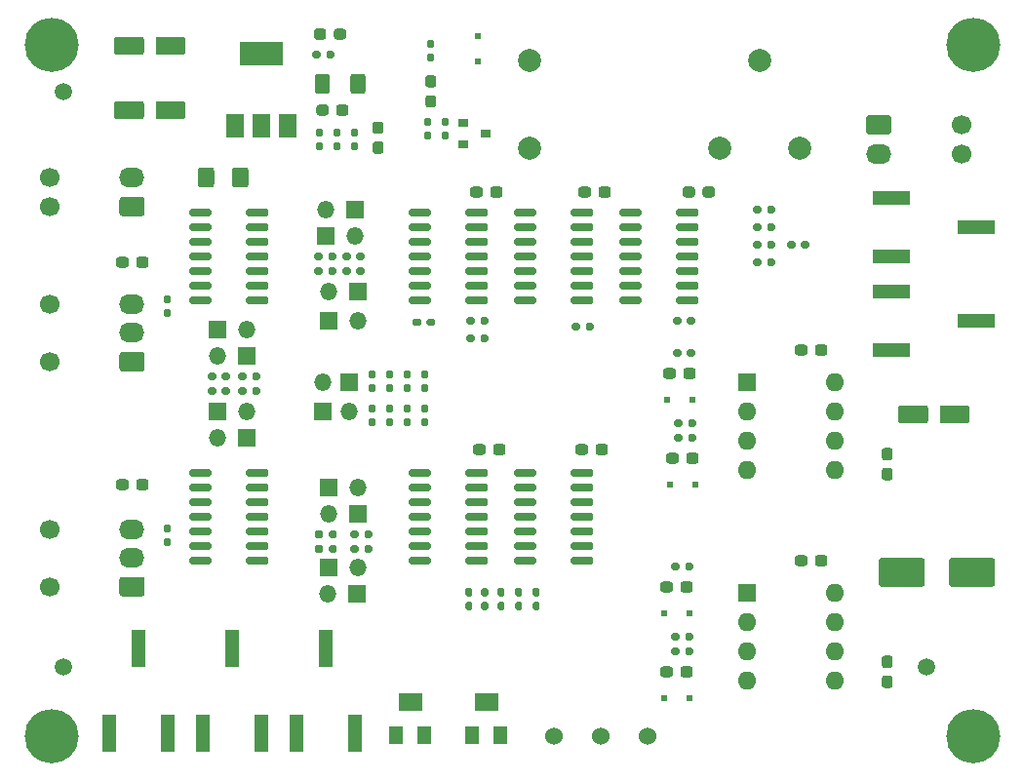
<source format=gbr>
%TF.GenerationSoftware,KiCad,Pcbnew,(5.1.10)-1*%
%TF.CreationDate,2022-04-28T16:12:41+02:00*%
%TF.ProjectId,BSPD-CV_3_0_03RC_B,42535044-2d43-4565-9f33-5f305f303352,rev?*%
%TF.SameCoordinates,Original*%
%TF.FileFunction,Soldermask,Top*%
%TF.FilePolarity,Negative*%
%FSLAX46Y46*%
G04 Gerber Fmt 4.6, Leading zero omitted, Abs format (unit mm)*
G04 Created by KiCad (PCBNEW (5.1.10)-1) date 2022-04-28 16:12:41*
%MOMM*%
%LPD*%
G01*
G04 APERTURE LIST*
%ADD10C,2.000000*%
%ADD11R,1.500000X2.000000*%
%ADD12R,3.800000X2.000000*%
%ADD13O,1.500000X1.500000*%
%ADD14R,1.500000X1.500000*%
%ADD15O,1.600000X1.600000*%
%ADD16R,1.600000X1.600000*%
%ADD17C,1.700000*%
%ADD18O,2.200000X1.700000*%
%ADD19C,4.700000*%
%ADD20R,0.500000X0.500000*%
%ADD21C,1.524000*%
%ADD22R,1.300000X1.600000*%
%ADD23R,2.000000X1.600000*%
%ADD24R,1.300000X3.300000*%
%ADD25R,3.300000X1.300000*%
%ADD26R,0.900000X0.800000*%
%ADD27C,1.500000*%
G04 APERTURE END LIST*
D10*
%TO.C,K101*%
X214498000Y-99324000D03*
X210998000Y-106924000D03*
X217998000Y-106924000D03*
X194498000Y-106924000D03*
X194498000Y-99324000D03*
%TD*%
D11*
%TO.C,U1*%
X168896000Y-105004000D03*
X173496000Y-105004000D03*
X171196000Y-105004000D03*
D12*
X171196000Y-98704000D03*
%TD*%
%TO.C,R58*%
G36*
G01*
X177024000Y-117762000D02*
X177024000Y-117442000D01*
G75*
G02*
X177184000Y-117282000I160000J0D01*
G01*
X177579000Y-117282000D01*
G75*
G02*
X177739000Y-117442000I0J-160000D01*
G01*
X177739000Y-117762000D01*
G75*
G02*
X177579000Y-117922000I-160000J0D01*
G01*
X177184000Y-117922000D01*
G75*
G02*
X177024000Y-117762000I0J160000D01*
G01*
G37*
G36*
G01*
X175829000Y-117762000D02*
X175829000Y-117442000D01*
G75*
G02*
X175989000Y-117282000I160000J0D01*
G01*
X176384000Y-117282000D01*
G75*
G02*
X176544000Y-117442000I0J-160000D01*
G01*
X176544000Y-117762000D01*
G75*
G02*
X176384000Y-117922000I-160000J0D01*
G01*
X175989000Y-117922000D01*
G75*
G02*
X175829000Y-117762000I0J160000D01*
G01*
G37*
%TD*%
%TO.C,R48*%
G36*
G01*
X177024000Y-116492000D02*
X177024000Y-116172000D01*
G75*
G02*
X177184000Y-116012000I160000J0D01*
G01*
X177579000Y-116012000D01*
G75*
G02*
X177739000Y-116172000I0J-160000D01*
G01*
X177739000Y-116492000D01*
G75*
G02*
X177579000Y-116652000I-160000J0D01*
G01*
X177184000Y-116652000D01*
G75*
G02*
X177024000Y-116492000I0J160000D01*
G01*
G37*
G36*
G01*
X175829000Y-116492000D02*
X175829000Y-116172000D01*
G75*
G02*
X175989000Y-116012000I160000J0D01*
G01*
X176384000Y-116012000D01*
G75*
G02*
X176544000Y-116172000I0J-160000D01*
G01*
X176544000Y-116492000D01*
G75*
G02*
X176384000Y-116652000I-160000J0D01*
G01*
X175989000Y-116652000D01*
G75*
G02*
X175829000Y-116492000I0J160000D01*
G01*
G37*
%TD*%
D13*
%TO.C,D56*%
X179578000Y-121920000D03*
D14*
X177038000Y-121920000D03*
%TD*%
D13*
%TO.C,D55*%
X177038000Y-119380000D03*
D14*
X179578000Y-119380000D03*
%TD*%
D13*
%TO.C,D47*%
X176784000Y-112268000D03*
D14*
X179324000Y-112268000D03*
%TD*%
D13*
%TO.C,D46*%
X179324000Y-114554000D03*
D14*
X176784000Y-114554000D03*
%TD*%
D13*
%TO.C,D22*%
X176530000Y-127254000D03*
D14*
X176530000Y-129794000D03*
%TD*%
D13*
%TO.C,D21*%
X178816000Y-129794000D03*
D14*
X178816000Y-127254000D03*
%TD*%
%TO.C,C95*%
G36*
G01*
X218623000Y-142510500D02*
X218623000Y-142985500D01*
G75*
G02*
X218385500Y-143223000I-237500J0D01*
G01*
X217785500Y-143223000D01*
G75*
G02*
X217548000Y-142985500I0J237500D01*
G01*
X217548000Y-142510500D01*
G75*
G02*
X217785500Y-142273000I237500J0D01*
G01*
X218385500Y-142273000D01*
G75*
G02*
X218623000Y-142510500I0J-237500D01*
G01*
G37*
G36*
G01*
X220348000Y-142510500D02*
X220348000Y-142985500D01*
G75*
G02*
X220110500Y-143223000I-237500J0D01*
G01*
X219510500Y-143223000D01*
G75*
G02*
X219273000Y-142985500I0J237500D01*
G01*
X219273000Y-142510500D01*
G75*
G02*
X219510500Y-142273000I237500J0D01*
G01*
X220110500Y-142273000D01*
G75*
G02*
X220348000Y-142510500I0J-237500D01*
G01*
G37*
%TD*%
%TO.C,C85*%
G36*
G01*
X218623000Y-124222500D02*
X218623000Y-124697500D01*
G75*
G02*
X218385500Y-124935000I-237500J0D01*
G01*
X217785500Y-124935000D01*
G75*
G02*
X217548000Y-124697500I0J237500D01*
G01*
X217548000Y-124222500D01*
G75*
G02*
X217785500Y-123985000I237500J0D01*
G01*
X218385500Y-123985000D01*
G75*
G02*
X218623000Y-124222500I0J-237500D01*
G01*
G37*
G36*
G01*
X220348000Y-124222500D02*
X220348000Y-124697500D01*
G75*
G02*
X220110500Y-124935000I-237500J0D01*
G01*
X219510500Y-124935000D01*
G75*
G02*
X219273000Y-124697500I0J237500D01*
G01*
X219273000Y-124222500D01*
G75*
G02*
X219510500Y-123985000I237500J0D01*
G01*
X220110500Y-123985000D01*
G75*
G02*
X220348000Y-124222500I0J-237500D01*
G01*
G37*
%TD*%
D13*
%TO.C,D54*%
X167386000Y-132080000D03*
D14*
X169926000Y-132080000D03*
%TD*%
D13*
%TO.C,D53*%
X169926000Y-129794000D03*
D14*
X167386000Y-129794000D03*
%TD*%
D13*
%TO.C,D52*%
X169926000Y-122682000D03*
D14*
X167386000Y-122682000D03*
%TD*%
D13*
%TO.C,D51*%
X167386000Y-124968000D03*
D14*
X169926000Y-124968000D03*
%TD*%
D13*
%TO.C,D44*%
X176974500Y-145669000D03*
D14*
X179514500Y-145669000D03*
%TD*%
D13*
%TO.C,D43*%
X179578000Y-143383000D03*
D14*
X177038000Y-143383000D03*
%TD*%
D13*
%TO.C,D42*%
X179641500Y-136398000D03*
D14*
X177101500Y-136398000D03*
%TD*%
D13*
%TO.C,D41*%
X177038000Y-138684000D03*
D14*
X179578000Y-138684000D03*
%TD*%
%TO.C,R33*%
G36*
G01*
X176116000Y-106412000D02*
X176436000Y-106412000D01*
G75*
G02*
X176596000Y-106572000I0J-160000D01*
G01*
X176596000Y-106967000D01*
G75*
G02*
X176436000Y-107127000I-160000J0D01*
G01*
X176116000Y-107127000D01*
G75*
G02*
X175956000Y-106967000I0J160000D01*
G01*
X175956000Y-106572000D01*
G75*
G02*
X176116000Y-106412000I160000J0D01*
G01*
G37*
G36*
G01*
X176116000Y-105217000D02*
X176436000Y-105217000D01*
G75*
G02*
X176596000Y-105377000I0J-160000D01*
G01*
X176596000Y-105772000D01*
G75*
G02*
X176436000Y-105932000I-160000J0D01*
G01*
X176116000Y-105932000D01*
G75*
G02*
X175956000Y-105772000I0J160000D01*
G01*
X175956000Y-105377000D01*
G75*
G02*
X176116000Y-105217000I160000J0D01*
G01*
G37*
%TD*%
%TO.C,R31*%
G36*
G01*
X177640000Y-106412000D02*
X177960000Y-106412000D01*
G75*
G02*
X178120000Y-106572000I0J-160000D01*
G01*
X178120000Y-106967000D01*
G75*
G02*
X177960000Y-107127000I-160000J0D01*
G01*
X177640000Y-107127000D01*
G75*
G02*
X177480000Y-106967000I0J160000D01*
G01*
X177480000Y-106572000D01*
G75*
G02*
X177640000Y-106412000I160000J0D01*
G01*
G37*
G36*
G01*
X177640000Y-105217000D02*
X177960000Y-105217000D01*
G75*
G02*
X178120000Y-105377000I0J-160000D01*
G01*
X178120000Y-105772000D01*
G75*
G02*
X177960000Y-105932000I-160000J0D01*
G01*
X177640000Y-105932000D01*
G75*
G02*
X177480000Y-105772000I0J160000D01*
G01*
X177480000Y-105377000D01*
G75*
G02*
X177640000Y-105217000I160000J0D01*
G01*
G37*
%TD*%
%TO.C,C32*%
G36*
G01*
X181593500Y-105693500D02*
X181118500Y-105693500D01*
G75*
G02*
X180881000Y-105456000I0J237500D01*
G01*
X180881000Y-104856000D01*
G75*
G02*
X181118500Y-104618500I237500J0D01*
G01*
X181593500Y-104618500D01*
G75*
G02*
X181831000Y-104856000I0J-237500D01*
G01*
X181831000Y-105456000D01*
G75*
G02*
X181593500Y-105693500I-237500J0D01*
G01*
G37*
G36*
G01*
X181593500Y-107418500D02*
X181118500Y-107418500D01*
G75*
G02*
X180881000Y-107181000I0J237500D01*
G01*
X180881000Y-106581000D01*
G75*
G02*
X181118500Y-106343500I237500J0D01*
G01*
X181593500Y-106343500D01*
G75*
G02*
X181831000Y-106581000I0J-237500D01*
G01*
X181831000Y-107181000D01*
G75*
G02*
X181593500Y-107418500I-237500J0D01*
G01*
G37*
%TD*%
%TO.C,C84*%
G36*
G01*
X230116000Y-130598000D02*
X230116000Y-129498000D01*
G75*
G02*
X230366000Y-129248000I250000J0D01*
G01*
X232466000Y-129248000D01*
G75*
G02*
X232716000Y-129498000I0J-250000D01*
G01*
X232716000Y-130598000D01*
G75*
G02*
X232466000Y-130848000I-250000J0D01*
G01*
X230366000Y-130848000D01*
G75*
G02*
X230116000Y-130598000I0J250000D01*
G01*
G37*
G36*
G01*
X226516000Y-130598000D02*
X226516000Y-129498000D01*
G75*
G02*
X226766000Y-129248000I250000J0D01*
G01*
X228866000Y-129248000D01*
G75*
G02*
X229116000Y-129498000I0J-250000D01*
G01*
X229116000Y-130598000D01*
G75*
G02*
X228866000Y-130848000I-250000J0D01*
G01*
X226766000Y-130848000D01*
G75*
G02*
X226516000Y-130598000I0J250000D01*
G01*
G37*
%TD*%
D15*
%TO.C,U91*%
X220980000Y-145542000D03*
X213360000Y-153162000D03*
X220980000Y-148082000D03*
X213360000Y-150622000D03*
X220980000Y-150622000D03*
X213360000Y-148082000D03*
X220980000Y-153162000D03*
D16*
X213360000Y-145542000D03*
%TD*%
D15*
%TO.C,U81*%
X220980000Y-127254000D03*
X213360000Y-134874000D03*
X220980000Y-129794000D03*
X213360000Y-132334000D03*
X220980000Y-132334000D03*
X213360000Y-129794000D03*
X220980000Y-134874000D03*
D16*
X213360000Y-127254000D03*
%TD*%
%TO.C,F11*%
G36*
G01*
X168669000Y-110099000D02*
X168669000Y-108849000D01*
G75*
G02*
X168919000Y-108599000I250000J0D01*
G01*
X169844000Y-108599000D01*
G75*
G02*
X170094000Y-108849000I0J-250000D01*
G01*
X170094000Y-110099000D01*
G75*
G02*
X169844000Y-110349000I-250000J0D01*
G01*
X168919000Y-110349000D01*
G75*
G02*
X168669000Y-110099000I0J250000D01*
G01*
G37*
G36*
G01*
X165694000Y-110099000D02*
X165694000Y-108849000D01*
G75*
G02*
X165944000Y-108599000I250000J0D01*
G01*
X166869000Y-108599000D01*
G75*
G02*
X167119000Y-108849000I0J-250000D01*
G01*
X167119000Y-110099000D01*
G75*
G02*
X166869000Y-110349000I-250000J0D01*
G01*
X165944000Y-110349000D01*
G75*
G02*
X165694000Y-110099000I0J250000D01*
G01*
G37*
%TD*%
D17*
%TO.C,J3*%
X152820000Y-140000000D03*
X152820000Y-145000000D03*
D18*
X160000000Y-140000000D03*
X160000000Y-142500000D03*
G36*
G01*
X161100000Y-144400000D02*
X161100000Y-145600000D01*
G75*
G02*
X160850000Y-145850000I-250000J0D01*
G01*
X159150000Y-145850000D01*
G75*
G02*
X158900000Y-145600000I0J250000D01*
G01*
X158900000Y-144400000D01*
G75*
G02*
X159150000Y-144150000I250000J0D01*
G01*
X160850000Y-144150000D01*
G75*
G02*
X161100000Y-144400000I0J-250000D01*
G01*
G37*
%TD*%
D17*
%TO.C,J2*%
X152820000Y-120476000D03*
X152820000Y-125476000D03*
D18*
X160000000Y-120476000D03*
X160000000Y-122976000D03*
G36*
G01*
X161100000Y-124876000D02*
X161100000Y-126076000D01*
G75*
G02*
X160850000Y-126326000I-250000J0D01*
G01*
X159150000Y-126326000D01*
G75*
G02*
X158900000Y-126076000I0J250000D01*
G01*
X158900000Y-124876000D01*
G75*
G02*
X159150000Y-124626000I250000J0D01*
G01*
X160850000Y-124626000D01*
G75*
G02*
X161100000Y-124876000I0J-250000D01*
G01*
G37*
%TD*%
D17*
%TO.C,J4*%
X231995400Y-107402000D03*
X231995400Y-104902000D03*
D18*
X224815400Y-107402000D03*
G36*
G01*
X223715400Y-105502000D02*
X223715400Y-104302000D01*
G75*
G02*
X223965400Y-104052000I250000J0D01*
G01*
X225665400Y-104052000D01*
G75*
G02*
X225915400Y-104302000I0J-250000D01*
G01*
X225915400Y-105502000D01*
G75*
G02*
X225665400Y-105752000I-250000J0D01*
G01*
X223965400Y-105752000D01*
G75*
G02*
X223715400Y-105502000I0J250000D01*
G01*
G37*
%TD*%
D17*
%TO.C,J1*%
X152820000Y-109500000D03*
X152820000Y-112000000D03*
D18*
X160000000Y-109500000D03*
G36*
G01*
X161100000Y-111400000D02*
X161100000Y-112600000D01*
G75*
G02*
X160850000Y-112850000I-250000J0D01*
G01*
X159150000Y-112850000D01*
G75*
G02*
X158900000Y-112600000I0J250000D01*
G01*
X158900000Y-111400000D01*
G75*
G02*
X159150000Y-111150000I250000J0D01*
G01*
X160850000Y-111150000D01*
G75*
G02*
X161100000Y-111400000I0J-250000D01*
G01*
G37*
%TD*%
D19*
%TO.C,H4*%
X233000000Y-158000000D03*
%TD*%
%TO.C,H3*%
X153000000Y-158000000D03*
%TD*%
%TO.C,H2*%
X233000000Y-98000000D03*
%TD*%
%TO.C,H1*%
X153000000Y-98000000D03*
%TD*%
D20*
%TO.C,D102*%
X189992000Y-99398000D03*
X189992000Y-97198000D03*
%TD*%
%TO.C,U8*%
G36*
G01*
X188952000Y-135278000D02*
X188952000Y-134978000D01*
G75*
G02*
X189102000Y-134828000I150000J0D01*
G01*
X190752000Y-134828000D01*
G75*
G02*
X190902000Y-134978000I0J-150000D01*
G01*
X190902000Y-135278000D01*
G75*
G02*
X190752000Y-135428000I-150000J0D01*
G01*
X189102000Y-135428000D01*
G75*
G02*
X188952000Y-135278000I0J150000D01*
G01*
G37*
G36*
G01*
X188952000Y-136548000D02*
X188952000Y-136248000D01*
G75*
G02*
X189102000Y-136098000I150000J0D01*
G01*
X190752000Y-136098000D01*
G75*
G02*
X190902000Y-136248000I0J-150000D01*
G01*
X190902000Y-136548000D01*
G75*
G02*
X190752000Y-136698000I-150000J0D01*
G01*
X189102000Y-136698000D01*
G75*
G02*
X188952000Y-136548000I0J150000D01*
G01*
G37*
G36*
G01*
X188952000Y-137818000D02*
X188952000Y-137518000D01*
G75*
G02*
X189102000Y-137368000I150000J0D01*
G01*
X190752000Y-137368000D01*
G75*
G02*
X190902000Y-137518000I0J-150000D01*
G01*
X190902000Y-137818000D01*
G75*
G02*
X190752000Y-137968000I-150000J0D01*
G01*
X189102000Y-137968000D01*
G75*
G02*
X188952000Y-137818000I0J150000D01*
G01*
G37*
G36*
G01*
X188952000Y-139088000D02*
X188952000Y-138788000D01*
G75*
G02*
X189102000Y-138638000I150000J0D01*
G01*
X190752000Y-138638000D01*
G75*
G02*
X190902000Y-138788000I0J-150000D01*
G01*
X190902000Y-139088000D01*
G75*
G02*
X190752000Y-139238000I-150000J0D01*
G01*
X189102000Y-139238000D01*
G75*
G02*
X188952000Y-139088000I0J150000D01*
G01*
G37*
G36*
G01*
X188952000Y-140358000D02*
X188952000Y-140058000D01*
G75*
G02*
X189102000Y-139908000I150000J0D01*
G01*
X190752000Y-139908000D01*
G75*
G02*
X190902000Y-140058000I0J-150000D01*
G01*
X190902000Y-140358000D01*
G75*
G02*
X190752000Y-140508000I-150000J0D01*
G01*
X189102000Y-140508000D01*
G75*
G02*
X188952000Y-140358000I0J150000D01*
G01*
G37*
G36*
G01*
X188952000Y-141628000D02*
X188952000Y-141328000D01*
G75*
G02*
X189102000Y-141178000I150000J0D01*
G01*
X190752000Y-141178000D01*
G75*
G02*
X190902000Y-141328000I0J-150000D01*
G01*
X190902000Y-141628000D01*
G75*
G02*
X190752000Y-141778000I-150000J0D01*
G01*
X189102000Y-141778000D01*
G75*
G02*
X188952000Y-141628000I0J150000D01*
G01*
G37*
G36*
G01*
X188952000Y-142898000D02*
X188952000Y-142598000D01*
G75*
G02*
X189102000Y-142448000I150000J0D01*
G01*
X190752000Y-142448000D01*
G75*
G02*
X190902000Y-142598000I0J-150000D01*
G01*
X190902000Y-142898000D01*
G75*
G02*
X190752000Y-143048000I-150000J0D01*
G01*
X189102000Y-143048000D01*
G75*
G02*
X188952000Y-142898000I0J150000D01*
G01*
G37*
G36*
G01*
X184002000Y-142898000D02*
X184002000Y-142598000D01*
G75*
G02*
X184152000Y-142448000I150000J0D01*
G01*
X185802000Y-142448000D01*
G75*
G02*
X185952000Y-142598000I0J-150000D01*
G01*
X185952000Y-142898000D01*
G75*
G02*
X185802000Y-143048000I-150000J0D01*
G01*
X184152000Y-143048000D01*
G75*
G02*
X184002000Y-142898000I0J150000D01*
G01*
G37*
G36*
G01*
X184002000Y-141628000D02*
X184002000Y-141328000D01*
G75*
G02*
X184152000Y-141178000I150000J0D01*
G01*
X185802000Y-141178000D01*
G75*
G02*
X185952000Y-141328000I0J-150000D01*
G01*
X185952000Y-141628000D01*
G75*
G02*
X185802000Y-141778000I-150000J0D01*
G01*
X184152000Y-141778000D01*
G75*
G02*
X184002000Y-141628000I0J150000D01*
G01*
G37*
G36*
G01*
X184002000Y-140358000D02*
X184002000Y-140058000D01*
G75*
G02*
X184152000Y-139908000I150000J0D01*
G01*
X185802000Y-139908000D01*
G75*
G02*
X185952000Y-140058000I0J-150000D01*
G01*
X185952000Y-140358000D01*
G75*
G02*
X185802000Y-140508000I-150000J0D01*
G01*
X184152000Y-140508000D01*
G75*
G02*
X184002000Y-140358000I0J150000D01*
G01*
G37*
G36*
G01*
X184002000Y-139088000D02*
X184002000Y-138788000D01*
G75*
G02*
X184152000Y-138638000I150000J0D01*
G01*
X185802000Y-138638000D01*
G75*
G02*
X185952000Y-138788000I0J-150000D01*
G01*
X185952000Y-139088000D01*
G75*
G02*
X185802000Y-139238000I-150000J0D01*
G01*
X184152000Y-139238000D01*
G75*
G02*
X184002000Y-139088000I0J150000D01*
G01*
G37*
G36*
G01*
X184002000Y-137818000D02*
X184002000Y-137518000D01*
G75*
G02*
X184152000Y-137368000I150000J0D01*
G01*
X185802000Y-137368000D01*
G75*
G02*
X185952000Y-137518000I0J-150000D01*
G01*
X185952000Y-137818000D01*
G75*
G02*
X185802000Y-137968000I-150000J0D01*
G01*
X184152000Y-137968000D01*
G75*
G02*
X184002000Y-137818000I0J150000D01*
G01*
G37*
G36*
G01*
X184002000Y-136548000D02*
X184002000Y-136248000D01*
G75*
G02*
X184152000Y-136098000I150000J0D01*
G01*
X185802000Y-136098000D01*
G75*
G02*
X185952000Y-136248000I0J-150000D01*
G01*
X185952000Y-136548000D01*
G75*
G02*
X185802000Y-136698000I-150000J0D01*
G01*
X184152000Y-136698000D01*
G75*
G02*
X184002000Y-136548000I0J150000D01*
G01*
G37*
G36*
G01*
X184002000Y-135278000D02*
X184002000Y-134978000D01*
G75*
G02*
X184152000Y-134828000I150000J0D01*
G01*
X185802000Y-134828000D01*
G75*
G02*
X185952000Y-134978000I0J-150000D01*
G01*
X185952000Y-135278000D01*
G75*
G02*
X185802000Y-135428000I-150000J0D01*
G01*
X184152000Y-135428000D01*
G75*
G02*
X184002000Y-135278000I0J150000D01*
G01*
G37*
%TD*%
%TO.C,U5*%
G36*
G01*
X198096000Y-135278000D02*
X198096000Y-134978000D01*
G75*
G02*
X198246000Y-134828000I150000J0D01*
G01*
X199896000Y-134828000D01*
G75*
G02*
X200046000Y-134978000I0J-150000D01*
G01*
X200046000Y-135278000D01*
G75*
G02*
X199896000Y-135428000I-150000J0D01*
G01*
X198246000Y-135428000D01*
G75*
G02*
X198096000Y-135278000I0J150000D01*
G01*
G37*
G36*
G01*
X198096000Y-136548000D02*
X198096000Y-136248000D01*
G75*
G02*
X198246000Y-136098000I150000J0D01*
G01*
X199896000Y-136098000D01*
G75*
G02*
X200046000Y-136248000I0J-150000D01*
G01*
X200046000Y-136548000D01*
G75*
G02*
X199896000Y-136698000I-150000J0D01*
G01*
X198246000Y-136698000D01*
G75*
G02*
X198096000Y-136548000I0J150000D01*
G01*
G37*
G36*
G01*
X198096000Y-137818000D02*
X198096000Y-137518000D01*
G75*
G02*
X198246000Y-137368000I150000J0D01*
G01*
X199896000Y-137368000D01*
G75*
G02*
X200046000Y-137518000I0J-150000D01*
G01*
X200046000Y-137818000D01*
G75*
G02*
X199896000Y-137968000I-150000J0D01*
G01*
X198246000Y-137968000D01*
G75*
G02*
X198096000Y-137818000I0J150000D01*
G01*
G37*
G36*
G01*
X198096000Y-139088000D02*
X198096000Y-138788000D01*
G75*
G02*
X198246000Y-138638000I150000J0D01*
G01*
X199896000Y-138638000D01*
G75*
G02*
X200046000Y-138788000I0J-150000D01*
G01*
X200046000Y-139088000D01*
G75*
G02*
X199896000Y-139238000I-150000J0D01*
G01*
X198246000Y-139238000D01*
G75*
G02*
X198096000Y-139088000I0J150000D01*
G01*
G37*
G36*
G01*
X198096000Y-140358000D02*
X198096000Y-140058000D01*
G75*
G02*
X198246000Y-139908000I150000J0D01*
G01*
X199896000Y-139908000D01*
G75*
G02*
X200046000Y-140058000I0J-150000D01*
G01*
X200046000Y-140358000D01*
G75*
G02*
X199896000Y-140508000I-150000J0D01*
G01*
X198246000Y-140508000D01*
G75*
G02*
X198096000Y-140358000I0J150000D01*
G01*
G37*
G36*
G01*
X198096000Y-141628000D02*
X198096000Y-141328000D01*
G75*
G02*
X198246000Y-141178000I150000J0D01*
G01*
X199896000Y-141178000D01*
G75*
G02*
X200046000Y-141328000I0J-150000D01*
G01*
X200046000Y-141628000D01*
G75*
G02*
X199896000Y-141778000I-150000J0D01*
G01*
X198246000Y-141778000D01*
G75*
G02*
X198096000Y-141628000I0J150000D01*
G01*
G37*
G36*
G01*
X198096000Y-142898000D02*
X198096000Y-142598000D01*
G75*
G02*
X198246000Y-142448000I150000J0D01*
G01*
X199896000Y-142448000D01*
G75*
G02*
X200046000Y-142598000I0J-150000D01*
G01*
X200046000Y-142898000D01*
G75*
G02*
X199896000Y-143048000I-150000J0D01*
G01*
X198246000Y-143048000D01*
G75*
G02*
X198096000Y-142898000I0J150000D01*
G01*
G37*
G36*
G01*
X193146000Y-142898000D02*
X193146000Y-142598000D01*
G75*
G02*
X193296000Y-142448000I150000J0D01*
G01*
X194946000Y-142448000D01*
G75*
G02*
X195096000Y-142598000I0J-150000D01*
G01*
X195096000Y-142898000D01*
G75*
G02*
X194946000Y-143048000I-150000J0D01*
G01*
X193296000Y-143048000D01*
G75*
G02*
X193146000Y-142898000I0J150000D01*
G01*
G37*
G36*
G01*
X193146000Y-141628000D02*
X193146000Y-141328000D01*
G75*
G02*
X193296000Y-141178000I150000J0D01*
G01*
X194946000Y-141178000D01*
G75*
G02*
X195096000Y-141328000I0J-150000D01*
G01*
X195096000Y-141628000D01*
G75*
G02*
X194946000Y-141778000I-150000J0D01*
G01*
X193296000Y-141778000D01*
G75*
G02*
X193146000Y-141628000I0J150000D01*
G01*
G37*
G36*
G01*
X193146000Y-140358000D02*
X193146000Y-140058000D01*
G75*
G02*
X193296000Y-139908000I150000J0D01*
G01*
X194946000Y-139908000D01*
G75*
G02*
X195096000Y-140058000I0J-150000D01*
G01*
X195096000Y-140358000D01*
G75*
G02*
X194946000Y-140508000I-150000J0D01*
G01*
X193296000Y-140508000D01*
G75*
G02*
X193146000Y-140358000I0J150000D01*
G01*
G37*
G36*
G01*
X193146000Y-139088000D02*
X193146000Y-138788000D01*
G75*
G02*
X193296000Y-138638000I150000J0D01*
G01*
X194946000Y-138638000D01*
G75*
G02*
X195096000Y-138788000I0J-150000D01*
G01*
X195096000Y-139088000D01*
G75*
G02*
X194946000Y-139238000I-150000J0D01*
G01*
X193296000Y-139238000D01*
G75*
G02*
X193146000Y-139088000I0J150000D01*
G01*
G37*
G36*
G01*
X193146000Y-137818000D02*
X193146000Y-137518000D01*
G75*
G02*
X193296000Y-137368000I150000J0D01*
G01*
X194946000Y-137368000D01*
G75*
G02*
X195096000Y-137518000I0J-150000D01*
G01*
X195096000Y-137818000D01*
G75*
G02*
X194946000Y-137968000I-150000J0D01*
G01*
X193296000Y-137968000D01*
G75*
G02*
X193146000Y-137818000I0J150000D01*
G01*
G37*
G36*
G01*
X193146000Y-136548000D02*
X193146000Y-136248000D01*
G75*
G02*
X193296000Y-136098000I150000J0D01*
G01*
X194946000Y-136098000D01*
G75*
G02*
X195096000Y-136248000I0J-150000D01*
G01*
X195096000Y-136548000D01*
G75*
G02*
X194946000Y-136698000I-150000J0D01*
G01*
X193296000Y-136698000D01*
G75*
G02*
X193146000Y-136548000I0J150000D01*
G01*
G37*
G36*
G01*
X193146000Y-135278000D02*
X193146000Y-134978000D01*
G75*
G02*
X193296000Y-134828000I150000J0D01*
G01*
X194946000Y-134828000D01*
G75*
G02*
X195096000Y-134978000I0J-150000D01*
G01*
X195096000Y-135278000D01*
G75*
G02*
X194946000Y-135428000I-150000J0D01*
G01*
X193296000Y-135428000D01*
G75*
G02*
X193146000Y-135278000I0J150000D01*
G01*
G37*
%TD*%
%TO.C,U4*%
G36*
G01*
X198096000Y-112672000D02*
X198096000Y-112372000D01*
G75*
G02*
X198246000Y-112222000I150000J0D01*
G01*
X199896000Y-112222000D01*
G75*
G02*
X200046000Y-112372000I0J-150000D01*
G01*
X200046000Y-112672000D01*
G75*
G02*
X199896000Y-112822000I-150000J0D01*
G01*
X198246000Y-112822000D01*
G75*
G02*
X198096000Y-112672000I0J150000D01*
G01*
G37*
G36*
G01*
X198096000Y-113942000D02*
X198096000Y-113642000D01*
G75*
G02*
X198246000Y-113492000I150000J0D01*
G01*
X199896000Y-113492000D01*
G75*
G02*
X200046000Y-113642000I0J-150000D01*
G01*
X200046000Y-113942000D01*
G75*
G02*
X199896000Y-114092000I-150000J0D01*
G01*
X198246000Y-114092000D01*
G75*
G02*
X198096000Y-113942000I0J150000D01*
G01*
G37*
G36*
G01*
X198096000Y-115212000D02*
X198096000Y-114912000D01*
G75*
G02*
X198246000Y-114762000I150000J0D01*
G01*
X199896000Y-114762000D01*
G75*
G02*
X200046000Y-114912000I0J-150000D01*
G01*
X200046000Y-115212000D01*
G75*
G02*
X199896000Y-115362000I-150000J0D01*
G01*
X198246000Y-115362000D01*
G75*
G02*
X198096000Y-115212000I0J150000D01*
G01*
G37*
G36*
G01*
X198096000Y-116482000D02*
X198096000Y-116182000D01*
G75*
G02*
X198246000Y-116032000I150000J0D01*
G01*
X199896000Y-116032000D01*
G75*
G02*
X200046000Y-116182000I0J-150000D01*
G01*
X200046000Y-116482000D01*
G75*
G02*
X199896000Y-116632000I-150000J0D01*
G01*
X198246000Y-116632000D01*
G75*
G02*
X198096000Y-116482000I0J150000D01*
G01*
G37*
G36*
G01*
X198096000Y-117752000D02*
X198096000Y-117452000D01*
G75*
G02*
X198246000Y-117302000I150000J0D01*
G01*
X199896000Y-117302000D01*
G75*
G02*
X200046000Y-117452000I0J-150000D01*
G01*
X200046000Y-117752000D01*
G75*
G02*
X199896000Y-117902000I-150000J0D01*
G01*
X198246000Y-117902000D01*
G75*
G02*
X198096000Y-117752000I0J150000D01*
G01*
G37*
G36*
G01*
X198096000Y-119022000D02*
X198096000Y-118722000D01*
G75*
G02*
X198246000Y-118572000I150000J0D01*
G01*
X199896000Y-118572000D01*
G75*
G02*
X200046000Y-118722000I0J-150000D01*
G01*
X200046000Y-119022000D01*
G75*
G02*
X199896000Y-119172000I-150000J0D01*
G01*
X198246000Y-119172000D01*
G75*
G02*
X198096000Y-119022000I0J150000D01*
G01*
G37*
G36*
G01*
X198096000Y-120292000D02*
X198096000Y-119992000D01*
G75*
G02*
X198246000Y-119842000I150000J0D01*
G01*
X199896000Y-119842000D01*
G75*
G02*
X200046000Y-119992000I0J-150000D01*
G01*
X200046000Y-120292000D01*
G75*
G02*
X199896000Y-120442000I-150000J0D01*
G01*
X198246000Y-120442000D01*
G75*
G02*
X198096000Y-120292000I0J150000D01*
G01*
G37*
G36*
G01*
X193146000Y-120292000D02*
X193146000Y-119992000D01*
G75*
G02*
X193296000Y-119842000I150000J0D01*
G01*
X194946000Y-119842000D01*
G75*
G02*
X195096000Y-119992000I0J-150000D01*
G01*
X195096000Y-120292000D01*
G75*
G02*
X194946000Y-120442000I-150000J0D01*
G01*
X193296000Y-120442000D01*
G75*
G02*
X193146000Y-120292000I0J150000D01*
G01*
G37*
G36*
G01*
X193146000Y-119022000D02*
X193146000Y-118722000D01*
G75*
G02*
X193296000Y-118572000I150000J0D01*
G01*
X194946000Y-118572000D01*
G75*
G02*
X195096000Y-118722000I0J-150000D01*
G01*
X195096000Y-119022000D01*
G75*
G02*
X194946000Y-119172000I-150000J0D01*
G01*
X193296000Y-119172000D01*
G75*
G02*
X193146000Y-119022000I0J150000D01*
G01*
G37*
G36*
G01*
X193146000Y-117752000D02*
X193146000Y-117452000D01*
G75*
G02*
X193296000Y-117302000I150000J0D01*
G01*
X194946000Y-117302000D01*
G75*
G02*
X195096000Y-117452000I0J-150000D01*
G01*
X195096000Y-117752000D01*
G75*
G02*
X194946000Y-117902000I-150000J0D01*
G01*
X193296000Y-117902000D01*
G75*
G02*
X193146000Y-117752000I0J150000D01*
G01*
G37*
G36*
G01*
X193146000Y-116482000D02*
X193146000Y-116182000D01*
G75*
G02*
X193296000Y-116032000I150000J0D01*
G01*
X194946000Y-116032000D01*
G75*
G02*
X195096000Y-116182000I0J-150000D01*
G01*
X195096000Y-116482000D01*
G75*
G02*
X194946000Y-116632000I-150000J0D01*
G01*
X193296000Y-116632000D01*
G75*
G02*
X193146000Y-116482000I0J150000D01*
G01*
G37*
G36*
G01*
X193146000Y-115212000D02*
X193146000Y-114912000D01*
G75*
G02*
X193296000Y-114762000I150000J0D01*
G01*
X194946000Y-114762000D01*
G75*
G02*
X195096000Y-114912000I0J-150000D01*
G01*
X195096000Y-115212000D01*
G75*
G02*
X194946000Y-115362000I-150000J0D01*
G01*
X193296000Y-115362000D01*
G75*
G02*
X193146000Y-115212000I0J150000D01*
G01*
G37*
G36*
G01*
X193146000Y-113942000D02*
X193146000Y-113642000D01*
G75*
G02*
X193296000Y-113492000I150000J0D01*
G01*
X194946000Y-113492000D01*
G75*
G02*
X195096000Y-113642000I0J-150000D01*
G01*
X195096000Y-113942000D01*
G75*
G02*
X194946000Y-114092000I-150000J0D01*
G01*
X193296000Y-114092000D01*
G75*
G02*
X193146000Y-113942000I0J150000D01*
G01*
G37*
G36*
G01*
X193146000Y-112672000D02*
X193146000Y-112372000D01*
G75*
G02*
X193296000Y-112222000I150000J0D01*
G01*
X194946000Y-112222000D01*
G75*
G02*
X195096000Y-112372000I0J-150000D01*
G01*
X195096000Y-112672000D01*
G75*
G02*
X194946000Y-112822000I-150000J0D01*
G01*
X193296000Y-112822000D01*
G75*
G02*
X193146000Y-112672000I0J150000D01*
G01*
G37*
%TD*%
%TO.C,U3*%
G36*
G01*
X188952000Y-112672000D02*
X188952000Y-112372000D01*
G75*
G02*
X189102000Y-112222000I150000J0D01*
G01*
X190752000Y-112222000D01*
G75*
G02*
X190902000Y-112372000I0J-150000D01*
G01*
X190902000Y-112672000D01*
G75*
G02*
X190752000Y-112822000I-150000J0D01*
G01*
X189102000Y-112822000D01*
G75*
G02*
X188952000Y-112672000I0J150000D01*
G01*
G37*
G36*
G01*
X188952000Y-113942000D02*
X188952000Y-113642000D01*
G75*
G02*
X189102000Y-113492000I150000J0D01*
G01*
X190752000Y-113492000D01*
G75*
G02*
X190902000Y-113642000I0J-150000D01*
G01*
X190902000Y-113942000D01*
G75*
G02*
X190752000Y-114092000I-150000J0D01*
G01*
X189102000Y-114092000D01*
G75*
G02*
X188952000Y-113942000I0J150000D01*
G01*
G37*
G36*
G01*
X188952000Y-115212000D02*
X188952000Y-114912000D01*
G75*
G02*
X189102000Y-114762000I150000J0D01*
G01*
X190752000Y-114762000D01*
G75*
G02*
X190902000Y-114912000I0J-150000D01*
G01*
X190902000Y-115212000D01*
G75*
G02*
X190752000Y-115362000I-150000J0D01*
G01*
X189102000Y-115362000D01*
G75*
G02*
X188952000Y-115212000I0J150000D01*
G01*
G37*
G36*
G01*
X188952000Y-116482000D02*
X188952000Y-116182000D01*
G75*
G02*
X189102000Y-116032000I150000J0D01*
G01*
X190752000Y-116032000D01*
G75*
G02*
X190902000Y-116182000I0J-150000D01*
G01*
X190902000Y-116482000D01*
G75*
G02*
X190752000Y-116632000I-150000J0D01*
G01*
X189102000Y-116632000D01*
G75*
G02*
X188952000Y-116482000I0J150000D01*
G01*
G37*
G36*
G01*
X188952000Y-117752000D02*
X188952000Y-117452000D01*
G75*
G02*
X189102000Y-117302000I150000J0D01*
G01*
X190752000Y-117302000D01*
G75*
G02*
X190902000Y-117452000I0J-150000D01*
G01*
X190902000Y-117752000D01*
G75*
G02*
X190752000Y-117902000I-150000J0D01*
G01*
X189102000Y-117902000D01*
G75*
G02*
X188952000Y-117752000I0J150000D01*
G01*
G37*
G36*
G01*
X188952000Y-119022000D02*
X188952000Y-118722000D01*
G75*
G02*
X189102000Y-118572000I150000J0D01*
G01*
X190752000Y-118572000D01*
G75*
G02*
X190902000Y-118722000I0J-150000D01*
G01*
X190902000Y-119022000D01*
G75*
G02*
X190752000Y-119172000I-150000J0D01*
G01*
X189102000Y-119172000D01*
G75*
G02*
X188952000Y-119022000I0J150000D01*
G01*
G37*
G36*
G01*
X188952000Y-120292000D02*
X188952000Y-119992000D01*
G75*
G02*
X189102000Y-119842000I150000J0D01*
G01*
X190752000Y-119842000D01*
G75*
G02*
X190902000Y-119992000I0J-150000D01*
G01*
X190902000Y-120292000D01*
G75*
G02*
X190752000Y-120442000I-150000J0D01*
G01*
X189102000Y-120442000D01*
G75*
G02*
X188952000Y-120292000I0J150000D01*
G01*
G37*
G36*
G01*
X184002000Y-120292000D02*
X184002000Y-119992000D01*
G75*
G02*
X184152000Y-119842000I150000J0D01*
G01*
X185802000Y-119842000D01*
G75*
G02*
X185952000Y-119992000I0J-150000D01*
G01*
X185952000Y-120292000D01*
G75*
G02*
X185802000Y-120442000I-150000J0D01*
G01*
X184152000Y-120442000D01*
G75*
G02*
X184002000Y-120292000I0J150000D01*
G01*
G37*
G36*
G01*
X184002000Y-119022000D02*
X184002000Y-118722000D01*
G75*
G02*
X184152000Y-118572000I150000J0D01*
G01*
X185802000Y-118572000D01*
G75*
G02*
X185952000Y-118722000I0J-150000D01*
G01*
X185952000Y-119022000D01*
G75*
G02*
X185802000Y-119172000I-150000J0D01*
G01*
X184152000Y-119172000D01*
G75*
G02*
X184002000Y-119022000I0J150000D01*
G01*
G37*
G36*
G01*
X184002000Y-117752000D02*
X184002000Y-117452000D01*
G75*
G02*
X184152000Y-117302000I150000J0D01*
G01*
X185802000Y-117302000D01*
G75*
G02*
X185952000Y-117452000I0J-150000D01*
G01*
X185952000Y-117752000D01*
G75*
G02*
X185802000Y-117902000I-150000J0D01*
G01*
X184152000Y-117902000D01*
G75*
G02*
X184002000Y-117752000I0J150000D01*
G01*
G37*
G36*
G01*
X184002000Y-116482000D02*
X184002000Y-116182000D01*
G75*
G02*
X184152000Y-116032000I150000J0D01*
G01*
X185802000Y-116032000D01*
G75*
G02*
X185952000Y-116182000I0J-150000D01*
G01*
X185952000Y-116482000D01*
G75*
G02*
X185802000Y-116632000I-150000J0D01*
G01*
X184152000Y-116632000D01*
G75*
G02*
X184002000Y-116482000I0J150000D01*
G01*
G37*
G36*
G01*
X184002000Y-115212000D02*
X184002000Y-114912000D01*
G75*
G02*
X184152000Y-114762000I150000J0D01*
G01*
X185802000Y-114762000D01*
G75*
G02*
X185952000Y-114912000I0J-150000D01*
G01*
X185952000Y-115212000D01*
G75*
G02*
X185802000Y-115362000I-150000J0D01*
G01*
X184152000Y-115362000D01*
G75*
G02*
X184002000Y-115212000I0J150000D01*
G01*
G37*
G36*
G01*
X184002000Y-113942000D02*
X184002000Y-113642000D01*
G75*
G02*
X184152000Y-113492000I150000J0D01*
G01*
X185802000Y-113492000D01*
G75*
G02*
X185952000Y-113642000I0J-150000D01*
G01*
X185952000Y-113942000D01*
G75*
G02*
X185802000Y-114092000I-150000J0D01*
G01*
X184152000Y-114092000D01*
G75*
G02*
X184002000Y-113942000I0J150000D01*
G01*
G37*
G36*
G01*
X184002000Y-112672000D02*
X184002000Y-112372000D01*
G75*
G02*
X184152000Y-112222000I150000J0D01*
G01*
X185802000Y-112222000D01*
G75*
G02*
X185952000Y-112372000I0J-150000D01*
G01*
X185952000Y-112672000D01*
G75*
G02*
X185802000Y-112822000I-150000J0D01*
G01*
X184152000Y-112822000D01*
G75*
G02*
X184002000Y-112672000I0J150000D01*
G01*
G37*
%TD*%
%TO.C,U2*%
G36*
G01*
X169902000Y-112672000D02*
X169902000Y-112372000D01*
G75*
G02*
X170052000Y-112222000I150000J0D01*
G01*
X171702000Y-112222000D01*
G75*
G02*
X171852000Y-112372000I0J-150000D01*
G01*
X171852000Y-112672000D01*
G75*
G02*
X171702000Y-112822000I-150000J0D01*
G01*
X170052000Y-112822000D01*
G75*
G02*
X169902000Y-112672000I0J150000D01*
G01*
G37*
G36*
G01*
X169902000Y-113942000D02*
X169902000Y-113642000D01*
G75*
G02*
X170052000Y-113492000I150000J0D01*
G01*
X171702000Y-113492000D01*
G75*
G02*
X171852000Y-113642000I0J-150000D01*
G01*
X171852000Y-113942000D01*
G75*
G02*
X171702000Y-114092000I-150000J0D01*
G01*
X170052000Y-114092000D01*
G75*
G02*
X169902000Y-113942000I0J150000D01*
G01*
G37*
G36*
G01*
X169902000Y-115212000D02*
X169902000Y-114912000D01*
G75*
G02*
X170052000Y-114762000I150000J0D01*
G01*
X171702000Y-114762000D01*
G75*
G02*
X171852000Y-114912000I0J-150000D01*
G01*
X171852000Y-115212000D01*
G75*
G02*
X171702000Y-115362000I-150000J0D01*
G01*
X170052000Y-115362000D01*
G75*
G02*
X169902000Y-115212000I0J150000D01*
G01*
G37*
G36*
G01*
X169902000Y-116482000D02*
X169902000Y-116182000D01*
G75*
G02*
X170052000Y-116032000I150000J0D01*
G01*
X171702000Y-116032000D01*
G75*
G02*
X171852000Y-116182000I0J-150000D01*
G01*
X171852000Y-116482000D01*
G75*
G02*
X171702000Y-116632000I-150000J0D01*
G01*
X170052000Y-116632000D01*
G75*
G02*
X169902000Y-116482000I0J150000D01*
G01*
G37*
G36*
G01*
X169902000Y-117752000D02*
X169902000Y-117452000D01*
G75*
G02*
X170052000Y-117302000I150000J0D01*
G01*
X171702000Y-117302000D01*
G75*
G02*
X171852000Y-117452000I0J-150000D01*
G01*
X171852000Y-117752000D01*
G75*
G02*
X171702000Y-117902000I-150000J0D01*
G01*
X170052000Y-117902000D01*
G75*
G02*
X169902000Y-117752000I0J150000D01*
G01*
G37*
G36*
G01*
X169902000Y-119022000D02*
X169902000Y-118722000D01*
G75*
G02*
X170052000Y-118572000I150000J0D01*
G01*
X171702000Y-118572000D01*
G75*
G02*
X171852000Y-118722000I0J-150000D01*
G01*
X171852000Y-119022000D01*
G75*
G02*
X171702000Y-119172000I-150000J0D01*
G01*
X170052000Y-119172000D01*
G75*
G02*
X169902000Y-119022000I0J150000D01*
G01*
G37*
G36*
G01*
X169902000Y-120292000D02*
X169902000Y-119992000D01*
G75*
G02*
X170052000Y-119842000I150000J0D01*
G01*
X171702000Y-119842000D01*
G75*
G02*
X171852000Y-119992000I0J-150000D01*
G01*
X171852000Y-120292000D01*
G75*
G02*
X171702000Y-120442000I-150000J0D01*
G01*
X170052000Y-120442000D01*
G75*
G02*
X169902000Y-120292000I0J150000D01*
G01*
G37*
G36*
G01*
X164952000Y-120292000D02*
X164952000Y-119992000D01*
G75*
G02*
X165102000Y-119842000I150000J0D01*
G01*
X166752000Y-119842000D01*
G75*
G02*
X166902000Y-119992000I0J-150000D01*
G01*
X166902000Y-120292000D01*
G75*
G02*
X166752000Y-120442000I-150000J0D01*
G01*
X165102000Y-120442000D01*
G75*
G02*
X164952000Y-120292000I0J150000D01*
G01*
G37*
G36*
G01*
X164952000Y-119022000D02*
X164952000Y-118722000D01*
G75*
G02*
X165102000Y-118572000I150000J0D01*
G01*
X166752000Y-118572000D01*
G75*
G02*
X166902000Y-118722000I0J-150000D01*
G01*
X166902000Y-119022000D01*
G75*
G02*
X166752000Y-119172000I-150000J0D01*
G01*
X165102000Y-119172000D01*
G75*
G02*
X164952000Y-119022000I0J150000D01*
G01*
G37*
G36*
G01*
X164952000Y-117752000D02*
X164952000Y-117452000D01*
G75*
G02*
X165102000Y-117302000I150000J0D01*
G01*
X166752000Y-117302000D01*
G75*
G02*
X166902000Y-117452000I0J-150000D01*
G01*
X166902000Y-117752000D01*
G75*
G02*
X166752000Y-117902000I-150000J0D01*
G01*
X165102000Y-117902000D01*
G75*
G02*
X164952000Y-117752000I0J150000D01*
G01*
G37*
G36*
G01*
X164952000Y-116482000D02*
X164952000Y-116182000D01*
G75*
G02*
X165102000Y-116032000I150000J0D01*
G01*
X166752000Y-116032000D01*
G75*
G02*
X166902000Y-116182000I0J-150000D01*
G01*
X166902000Y-116482000D01*
G75*
G02*
X166752000Y-116632000I-150000J0D01*
G01*
X165102000Y-116632000D01*
G75*
G02*
X164952000Y-116482000I0J150000D01*
G01*
G37*
G36*
G01*
X164952000Y-115212000D02*
X164952000Y-114912000D01*
G75*
G02*
X165102000Y-114762000I150000J0D01*
G01*
X166752000Y-114762000D01*
G75*
G02*
X166902000Y-114912000I0J-150000D01*
G01*
X166902000Y-115212000D01*
G75*
G02*
X166752000Y-115362000I-150000J0D01*
G01*
X165102000Y-115362000D01*
G75*
G02*
X164952000Y-115212000I0J150000D01*
G01*
G37*
G36*
G01*
X164952000Y-113942000D02*
X164952000Y-113642000D01*
G75*
G02*
X165102000Y-113492000I150000J0D01*
G01*
X166752000Y-113492000D01*
G75*
G02*
X166902000Y-113642000I0J-150000D01*
G01*
X166902000Y-113942000D01*
G75*
G02*
X166752000Y-114092000I-150000J0D01*
G01*
X165102000Y-114092000D01*
G75*
G02*
X164952000Y-113942000I0J150000D01*
G01*
G37*
G36*
G01*
X164952000Y-112672000D02*
X164952000Y-112372000D01*
G75*
G02*
X165102000Y-112222000I150000J0D01*
G01*
X166752000Y-112222000D01*
G75*
G02*
X166902000Y-112372000I0J-150000D01*
G01*
X166902000Y-112672000D01*
G75*
G02*
X166752000Y-112822000I-150000J0D01*
G01*
X165102000Y-112822000D01*
G75*
G02*
X164952000Y-112672000I0J150000D01*
G01*
G37*
%TD*%
D21*
%TO.C,S3*%
X204724000Y-157988000D03*
%TD*%
%TO.C,S2*%
X200660000Y-157988000D03*
%TD*%
%TO.C,S1*%
X196596000Y-157988000D03*
%TD*%
D22*
%TO.C,VApp1*%
X192004000Y-157914000D03*
D23*
X190754000Y-155014000D03*
D22*
X189504000Y-157914000D03*
%TD*%
%TO.C,VBrk1*%
X185400000Y-157914000D03*
D23*
X184150000Y-155014000D03*
D22*
X182900000Y-157914000D03*
%TD*%
D24*
%TO.C,V0.5*%
X157988000Y-157751000D03*
X160528000Y-150351000D03*
X163068000Y-157751000D03*
%TD*%
%TO.C,V4.5*%
X166116000Y-157751000D03*
X168656000Y-150351000D03*
X171196000Y-157751000D03*
%TD*%
%TO.C,VC1*%
X174244000Y-157751000D03*
X176784000Y-150351000D03*
X179324000Y-157751000D03*
%TD*%
D25*
%TO.C,VT2*%
X225916000Y-119380000D03*
X233316000Y-121920000D03*
X225916000Y-124460000D03*
%TD*%
%TO.C,VT1*%
X225916000Y-111252000D03*
X233316000Y-113792000D03*
X225916000Y-116332000D03*
%TD*%
%TO.C,R54*%
G36*
G01*
X169940000Y-126586000D02*
X169940000Y-126906000D01*
G75*
G02*
X169780000Y-127066000I-160000J0D01*
G01*
X169385000Y-127066000D01*
G75*
G02*
X169225000Y-126906000I0J160000D01*
G01*
X169225000Y-126586000D01*
G75*
G02*
X169385000Y-126426000I160000J0D01*
G01*
X169780000Y-126426000D01*
G75*
G02*
X169940000Y-126586000I0J-160000D01*
G01*
G37*
G36*
G01*
X171135000Y-126586000D02*
X171135000Y-126906000D01*
G75*
G02*
X170975000Y-127066000I-160000J0D01*
G01*
X170580000Y-127066000D01*
G75*
G02*
X170420000Y-126906000I0J160000D01*
G01*
X170420000Y-126586000D01*
G75*
G02*
X170580000Y-126426000I160000J0D01*
G01*
X170975000Y-126426000D01*
G75*
G02*
X171135000Y-126586000I0J-160000D01*
G01*
G37*
%TD*%
%TO.C,R55*%
G36*
G01*
X190232000Y-123604000D02*
X190232000Y-123284000D01*
G75*
G02*
X190392000Y-123124000I160000J0D01*
G01*
X190787000Y-123124000D01*
G75*
G02*
X190947000Y-123284000I0J-160000D01*
G01*
X190947000Y-123604000D01*
G75*
G02*
X190787000Y-123764000I-160000J0D01*
G01*
X190392000Y-123764000D01*
G75*
G02*
X190232000Y-123604000I0J160000D01*
G01*
G37*
G36*
G01*
X189037000Y-123604000D02*
X189037000Y-123284000D01*
G75*
G02*
X189197000Y-123124000I160000J0D01*
G01*
X189592000Y-123124000D01*
G75*
G02*
X189752000Y-123284000I0J-160000D01*
G01*
X189752000Y-123604000D01*
G75*
G02*
X189592000Y-123764000I-160000J0D01*
G01*
X189197000Y-123764000D01*
G75*
G02*
X189037000Y-123604000I0J160000D01*
G01*
G37*
%TD*%
%TO.C,R94*%
G36*
G01*
X207532000Y-143096000D02*
X207532000Y-143416000D01*
G75*
G02*
X207372000Y-143576000I-160000J0D01*
G01*
X206977000Y-143576000D01*
G75*
G02*
X206817000Y-143416000I0J160000D01*
G01*
X206817000Y-143096000D01*
G75*
G02*
X206977000Y-142936000I160000J0D01*
G01*
X207372000Y-142936000D01*
G75*
G02*
X207532000Y-143096000I0J-160000D01*
G01*
G37*
G36*
G01*
X208727000Y-143096000D02*
X208727000Y-143416000D01*
G75*
G02*
X208567000Y-143576000I-160000J0D01*
G01*
X208172000Y-143576000D01*
G75*
G02*
X208012000Y-143416000I0J160000D01*
G01*
X208012000Y-143096000D01*
G75*
G02*
X208172000Y-142936000I160000J0D01*
G01*
X208567000Y-142936000D01*
G75*
G02*
X208727000Y-143096000I0J-160000D01*
G01*
G37*
%TD*%
%TO.C,R53*%
G36*
G01*
X169940000Y-127856000D02*
X169940000Y-128176000D01*
G75*
G02*
X169780000Y-128336000I-160000J0D01*
G01*
X169385000Y-128336000D01*
G75*
G02*
X169225000Y-128176000I0J160000D01*
G01*
X169225000Y-127856000D01*
G75*
G02*
X169385000Y-127696000I160000J0D01*
G01*
X169780000Y-127696000D01*
G75*
G02*
X169940000Y-127856000I0J-160000D01*
G01*
G37*
G36*
G01*
X171135000Y-127856000D02*
X171135000Y-128176000D01*
G75*
G02*
X170975000Y-128336000I-160000J0D01*
G01*
X170580000Y-128336000D01*
G75*
G02*
X170420000Y-128176000I0J160000D01*
G01*
X170420000Y-127856000D01*
G75*
G02*
X170580000Y-127696000I160000J0D01*
G01*
X170975000Y-127696000D01*
G75*
G02*
X171135000Y-127856000I0J-160000D01*
G01*
G37*
%TD*%
%TO.C,R92*%
G36*
G01*
X207532000Y-150462000D02*
X207532000Y-150782000D01*
G75*
G02*
X207372000Y-150942000I-160000J0D01*
G01*
X206977000Y-150942000D01*
G75*
G02*
X206817000Y-150782000I0J160000D01*
G01*
X206817000Y-150462000D01*
G75*
G02*
X206977000Y-150302000I160000J0D01*
G01*
X207372000Y-150302000D01*
G75*
G02*
X207532000Y-150462000I0J-160000D01*
G01*
G37*
G36*
G01*
X208727000Y-150462000D02*
X208727000Y-150782000D01*
G75*
G02*
X208567000Y-150942000I-160000J0D01*
G01*
X208172000Y-150942000D01*
G75*
G02*
X208012000Y-150782000I0J160000D01*
G01*
X208012000Y-150462000D01*
G75*
G02*
X208172000Y-150302000I160000J0D01*
G01*
X208567000Y-150302000D01*
G75*
G02*
X208727000Y-150462000I0J-160000D01*
G01*
G37*
%TD*%
%TO.C,R91*%
G36*
G01*
X208012000Y-149512000D02*
X208012000Y-149192000D01*
G75*
G02*
X208172000Y-149032000I160000J0D01*
G01*
X208567000Y-149032000D01*
G75*
G02*
X208727000Y-149192000I0J-160000D01*
G01*
X208727000Y-149512000D01*
G75*
G02*
X208567000Y-149672000I-160000J0D01*
G01*
X208172000Y-149672000D01*
G75*
G02*
X208012000Y-149512000I0J160000D01*
G01*
G37*
G36*
G01*
X206817000Y-149512000D02*
X206817000Y-149192000D01*
G75*
G02*
X206977000Y-149032000I160000J0D01*
G01*
X207372000Y-149032000D01*
G75*
G02*
X207532000Y-149192000I0J-160000D01*
G01*
X207532000Y-149512000D01*
G75*
G02*
X207372000Y-149672000I-160000J0D01*
G01*
X206977000Y-149672000D01*
G75*
G02*
X206817000Y-149512000I0J160000D01*
G01*
G37*
%TD*%
%TO.C,R51*%
G36*
G01*
X162908000Y-140791500D02*
X163228000Y-140791500D01*
G75*
G02*
X163388000Y-140951500I0J-160000D01*
G01*
X163388000Y-141346500D01*
G75*
G02*
X163228000Y-141506500I-160000J0D01*
G01*
X162908000Y-141506500D01*
G75*
G02*
X162748000Y-141346500I0J160000D01*
G01*
X162748000Y-140951500D01*
G75*
G02*
X162908000Y-140791500I160000J0D01*
G01*
G37*
G36*
G01*
X162908000Y-139596500D02*
X163228000Y-139596500D01*
G75*
G02*
X163388000Y-139756500I0J-160000D01*
G01*
X163388000Y-140151500D01*
G75*
G02*
X163228000Y-140311500I-160000J0D01*
G01*
X162908000Y-140311500D01*
G75*
G02*
X162748000Y-140151500I0J160000D01*
G01*
X162748000Y-139756500D01*
G75*
G02*
X162908000Y-139596500I160000J0D01*
G01*
G37*
%TD*%
%TO.C,R103*%
G36*
G01*
X187358000Y-105005500D02*
X187038000Y-105005500D01*
G75*
G02*
X186878000Y-104845500I0J160000D01*
G01*
X186878000Y-104450500D01*
G75*
G02*
X187038000Y-104290500I160000J0D01*
G01*
X187358000Y-104290500D01*
G75*
G02*
X187518000Y-104450500I0J-160000D01*
G01*
X187518000Y-104845500D01*
G75*
G02*
X187358000Y-105005500I-160000J0D01*
G01*
G37*
G36*
G01*
X187358000Y-106200500D02*
X187038000Y-106200500D01*
G75*
G02*
X186878000Y-106040500I0J160000D01*
G01*
X186878000Y-105645500D01*
G75*
G02*
X187038000Y-105485500I160000J0D01*
G01*
X187358000Y-105485500D01*
G75*
G02*
X187518000Y-105645500I0J-160000D01*
G01*
X187518000Y-106040500D01*
G75*
G02*
X187358000Y-106200500I-160000J0D01*
G01*
G37*
%TD*%
%TO.C,R102*%
G36*
G01*
X185834000Y-105005500D02*
X185514000Y-105005500D01*
G75*
G02*
X185354000Y-104845500I0J160000D01*
G01*
X185354000Y-104450500D01*
G75*
G02*
X185514000Y-104290500I160000J0D01*
G01*
X185834000Y-104290500D01*
G75*
G02*
X185994000Y-104450500I0J-160000D01*
G01*
X185994000Y-104845500D01*
G75*
G02*
X185834000Y-105005500I-160000J0D01*
G01*
G37*
G36*
G01*
X185834000Y-106200500D02*
X185514000Y-106200500D01*
G75*
G02*
X185354000Y-106040500I0J160000D01*
G01*
X185354000Y-105645500D01*
G75*
G02*
X185514000Y-105485500I160000J0D01*
G01*
X185834000Y-105485500D01*
G75*
G02*
X185994000Y-105645500I0J-160000D01*
G01*
X185994000Y-106040500D01*
G75*
G02*
X185834000Y-106200500I-160000J0D01*
G01*
G37*
%TD*%
%TO.C,R84*%
G36*
G01*
X207696500Y-124554000D02*
X207696500Y-124874000D01*
G75*
G02*
X207536500Y-125034000I-160000J0D01*
G01*
X207141500Y-125034000D01*
G75*
G02*
X206981500Y-124874000I0J160000D01*
G01*
X206981500Y-124554000D01*
G75*
G02*
X207141500Y-124394000I160000J0D01*
G01*
X207536500Y-124394000D01*
G75*
G02*
X207696500Y-124554000I0J-160000D01*
G01*
G37*
G36*
G01*
X208891500Y-124554000D02*
X208891500Y-124874000D01*
G75*
G02*
X208731500Y-125034000I-160000J0D01*
G01*
X208336500Y-125034000D01*
G75*
G02*
X208176500Y-124874000I0J160000D01*
G01*
X208176500Y-124554000D01*
G75*
G02*
X208336500Y-124394000I160000J0D01*
G01*
X208731500Y-124394000D01*
G75*
G02*
X208891500Y-124554000I0J-160000D01*
G01*
G37*
%TD*%
%TO.C,R44*%
G36*
G01*
X179681500Y-141572000D02*
X179681500Y-141892000D01*
G75*
G02*
X179521500Y-142052000I-160000J0D01*
G01*
X179126500Y-142052000D01*
G75*
G02*
X178966500Y-141892000I0J160000D01*
G01*
X178966500Y-141572000D01*
G75*
G02*
X179126500Y-141412000I160000J0D01*
G01*
X179521500Y-141412000D01*
G75*
G02*
X179681500Y-141572000I0J-160000D01*
G01*
G37*
G36*
G01*
X180876500Y-141572000D02*
X180876500Y-141892000D01*
G75*
G02*
X180716500Y-142052000I-160000J0D01*
G01*
X180321500Y-142052000D01*
G75*
G02*
X180161500Y-141892000I0J160000D01*
G01*
X180161500Y-141572000D01*
G75*
G02*
X180321500Y-141412000I160000J0D01*
G01*
X180716500Y-141412000D01*
G75*
G02*
X180876500Y-141572000I0J-160000D01*
G01*
G37*
%TD*%
%TO.C,R82*%
G36*
G01*
X207786000Y-131920000D02*
X207786000Y-132240000D01*
G75*
G02*
X207626000Y-132400000I-160000J0D01*
G01*
X207231000Y-132400000D01*
G75*
G02*
X207071000Y-132240000I0J160000D01*
G01*
X207071000Y-131920000D01*
G75*
G02*
X207231000Y-131760000I160000J0D01*
G01*
X207626000Y-131760000D01*
G75*
G02*
X207786000Y-131920000I0J-160000D01*
G01*
G37*
G36*
G01*
X208981000Y-131920000D02*
X208981000Y-132240000D01*
G75*
G02*
X208821000Y-132400000I-160000J0D01*
G01*
X208426000Y-132400000D01*
G75*
G02*
X208266000Y-132240000I0J160000D01*
G01*
X208266000Y-131920000D01*
G75*
G02*
X208426000Y-131760000I160000J0D01*
G01*
X208821000Y-131760000D01*
G75*
G02*
X208981000Y-131920000I0J-160000D01*
G01*
G37*
%TD*%
%TO.C,R81*%
G36*
G01*
X208266000Y-130970000D02*
X208266000Y-130650000D01*
G75*
G02*
X208426000Y-130490000I160000J0D01*
G01*
X208821000Y-130490000D01*
G75*
G02*
X208981000Y-130650000I0J-160000D01*
G01*
X208981000Y-130970000D01*
G75*
G02*
X208821000Y-131130000I-160000J0D01*
G01*
X208426000Y-131130000D01*
G75*
G02*
X208266000Y-130970000I0J160000D01*
G01*
G37*
G36*
G01*
X207071000Y-130970000D02*
X207071000Y-130650000D01*
G75*
G02*
X207231000Y-130490000I160000J0D01*
G01*
X207626000Y-130490000D01*
G75*
G02*
X207786000Y-130650000I0J-160000D01*
G01*
X207786000Y-130970000D01*
G75*
G02*
X207626000Y-131130000I-160000J0D01*
G01*
X207231000Y-131130000D01*
G75*
G02*
X207071000Y-130970000I0J160000D01*
G01*
G37*
%TD*%
%TO.C,R45*%
G36*
G01*
X190232000Y-122080000D02*
X190232000Y-121760000D01*
G75*
G02*
X190392000Y-121600000I160000J0D01*
G01*
X190787000Y-121600000D01*
G75*
G02*
X190947000Y-121760000I0J-160000D01*
G01*
X190947000Y-122080000D01*
G75*
G02*
X190787000Y-122240000I-160000J0D01*
G01*
X190392000Y-122240000D01*
G75*
G02*
X190232000Y-122080000I0J160000D01*
G01*
G37*
G36*
G01*
X189037000Y-122080000D02*
X189037000Y-121760000D01*
G75*
G02*
X189197000Y-121600000I160000J0D01*
G01*
X189592000Y-121600000D01*
G75*
G02*
X189752000Y-121760000I0J-160000D01*
G01*
X189752000Y-122080000D01*
G75*
G02*
X189592000Y-122240000I-160000J0D01*
G01*
X189197000Y-122240000D01*
G75*
G02*
X189037000Y-122080000I0J160000D01*
G01*
G37*
%TD*%
%TO.C,R101*%
G36*
G01*
X185768000Y-98702500D02*
X186088000Y-98702500D01*
G75*
G02*
X186248000Y-98862500I0J-160000D01*
G01*
X186248000Y-99257500D01*
G75*
G02*
X186088000Y-99417500I-160000J0D01*
G01*
X185768000Y-99417500D01*
G75*
G02*
X185608000Y-99257500I0J160000D01*
G01*
X185608000Y-98862500D01*
G75*
G02*
X185768000Y-98702500I160000J0D01*
G01*
G37*
G36*
G01*
X185768000Y-97507500D02*
X186088000Y-97507500D01*
G75*
G02*
X186248000Y-97667500I0J-160000D01*
G01*
X186248000Y-98062500D01*
G75*
G02*
X186088000Y-98222500I-160000J0D01*
G01*
X185768000Y-98222500D01*
G75*
G02*
X185608000Y-98062500I0J160000D01*
G01*
X185608000Y-97667500D01*
G75*
G02*
X185768000Y-97507500I160000J0D01*
G01*
G37*
%TD*%
%TO.C,R43*%
G36*
G01*
X179681500Y-140302000D02*
X179681500Y-140622000D01*
G75*
G02*
X179521500Y-140782000I-160000J0D01*
G01*
X179126500Y-140782000D01*
G75*
G02*
X178966500Y-140622000I0J160000D01*
G01*
X178966500Y-140302000D01*
G75*
G02*
X179126500Y-140142000I160000J0D01*
G01*
X179521500Y-140142000D01*
G75*
G02*
X179681500Y-140302000I0J-160000D01*
G01*
G37*
G36*
G01*
X180876500Y-140302000D02*
X180876500Y-140622000D01*
G75*
G02*
X180716500Y-140782000I-160000J0D01*
G01*
X180321500Y-140782000D01*
G75*
G02*
X180161500Y-140622000I0J160000D01*
G01*
X180161500Y-140302000D01*
G75*
G02*
X180321500Y-140142000I160000J0D01*
G01*
X180716500Y-140142000D01*
G75*
G02*
X180876500Y-140302000I0J-160000D01*
G01*
G37*
%TD*%
%TO.C,R32*%
G36*
G01*
X179164000Y-106412000D02*
X179484000Y-106412000D01*
G75*
G02*
X179644000Y-106572000I0J-160000D01*
G01*
X179644000Y-106967000D01*
G75*
G02*
X179484000Y-107127000I-160000J0D01*
G01*
X179164000Y-107127000D01*
G75*
G02*
X179004000Y-106967000I0J160000D01*
G01*
X179004000Y-106572000D01*
G75*
G02*
X179164000Y-106412000I160000J0D01*
G01*
G37*
G36*
G01*
X179164000Y-105217000D02*
X179484000Y-105217000D01*
G75*
G02*
X179644000Y-105377000I0J-160000D01*
G01*
X179644000Y-105772000D01*
G75*
G02*
X179484000Y-105932000I-160000J0D01*
G01*
X179164000Y-105932000D01*
G75*
G02*
X179004000Y-105772000I0J160000D01*
G01*
X179004000Y-105377000D01*
G75*
G02*
X179164000Y-105217000I160000J0D01*
G01*
G37*
%TD*%
%TO.C,R42*%
G36*
G01*
X178994500Y-116172000D02*
X178994500Y-116492000D01*
G75*
G02*
X178834500Y-116652000I-160000J0D01*
G01*
X178439500Y-116652000D01*
G75*
G02*
X178279500Y-116492000I0J160000D01*
G01*
X178279500Y-116172000D01*
G75*
G02*
X178439500Y-116012000I160000J0D01*
G01*
X178834500Y-116012000D01*
G75*
G02*
X178994500Y-116172000I0J-160000D01*
G01*
G37*
G36*
G01*
X180189500Y-116172000D02*
X180189500Y-116492000D01*
G75*
G02*
X180029500Y-116652000I-160000J0D01*
G01*
X179634500Y-116652000D01*
G75*
G02*
X179474500Y-116492000I0J160000D01*
G01*
X179474500Y-116172000D01*
G75*
G02*
X179634500Y-116012000I160000J0D01*
G01*
X180029500Y-116012000D01*
G75*
G02*
X180189500Y-116172000I0J-160000D01*
G01*
G37*
%TD*%
%TO.C,R41*%
G36*
G01*
X162908000Y-120890000D02*
X163228000Y-120890000D01*
G75*
G02*
X163388000Y-121050000I0J-160000D01*
G01*
X163388000Y-121445000D01*
G75*
G02*
X163228000Y-121605000I-160000J0D01*
G01*
X162908000Y-121605000D01*
G75*
G02*
X162748000Y-121445000I0J160000D01*
G01*
X162748000Y-121050000D01*
G75*
G02*
X162908000Y-120890000I160000J0D01*
G01*
G37*
G36*
G01*
X162908000Y-119695000D02*
X163228000Y-119695000D01*
G75*
G02*
X163388000Y-119855000I0J-160000D01*
G01*
X163388000Y-120250000D01*
G75*
G02*
X163228000Y-120410000I-160000J0D01*
G01*
X162908000Y-120410000D01*
G75*
G02*
X162748000Y-120250000I0J160000D01*
G01*
X162748000Y-119855000D01*
G75*
G02*
X162908000Y-119695000I160000J0D01*
G01*
G37*
%TD*%
%TO.C,R72*%
G36*
G01*
X189390000Y-145847500D02*
X189070000Y-145847500D01*
G75*
G02*
X188910000Y-145687500I0J160000D01*
G01*
X188910000Y-145292500D01*
G75*
G02*
X189070000Y-145132500I160000J0D01*
G01*
X189390000Y-145132500D01*
G75*
G02*
X189550000Y-145292500I0J-160000D01*
G01*
X189550000Y-145687500D01*
G75*
G02*
X189390000Y-145847500I-160000J0D01*
G01*
G37*
G36*
G01*
X189390000Y-147042500D02*
X189070000Y-147042500D01*
G75*
G02*
X188910000Y-146882500I0J160000D01*
G01*
X188910000Y-146487500D01*
G75*
G02*
X189070000Y-146327500I160000J0D01*
G01*
X189390000Y-146327500D01*
G75*
G02*
X189550000Y-146487500I0J-160000D01*
G01*
X189550000Y-146882500D01*
G75*
G02*
X189390000Y-147042500I-160000J0D01*
G01*
G37*
%TD*%
%TO.C,R71*%
G36*
G01*
X185570500Y-122207000D02*
X185570500Y-121887000D01*
G75*
G02*
X185730500Y-121727000I160000J0D01*
G01*
X186125500Y-121727000D01*
G75*
G02*
X186285500Y-121887000I0J-160000D01*
G01*
X186285500Y-122207000D01*
G75*
G02*
X186125500Y-122367000I-160000J0D01*
G01*
X185730500Y-122367000D01*
G75*
G02*
X185570500Y-122207000I0J160000D01*
G01*
G37*
G36*
G01*
X184375500Y-122207000D02*
X184375500Y-121887000D01*
G75*
G02*
X184535500Y-121727000I160000J0D01*
G01*
X184930500Y-121727000D01*
G75*
G02*
X185090500Y-121887000I0J-160000D01*
G01*
X185090500Y-122207000D01*
G75*
G02*
X184930500Y-122367000I-160000J0D01*
G01*
X184535500Y-122367000D01*
G75*
G02*
X184375500Y-122207000I0J160000D01*
G01*
G37*
%TD*%
%TO.C,R76*%
G36*
G01*
X214644000Y-113632000D02*
X214644000Y-113952000D01*
G75*
G02*
X214484000Y-114112000I-160000J0D01*
G01*
X214089000Y-114112000D01*
G75*
G02*
X213929000Y-113952000I0J160000D01*
G01*
X213929000Y-113632000D01*
G75*
G02*
X214089000Y-113472000I160000J0D01*
G01*
X214484000Y-113472000D01*
G75*
G02*
X214644000Y-113632000I0J-160000D01*
G01*
G37*
G36*
G01*
X215839000Y-113632000D02*
X215839000Y-113952000D01*
G75*
G02*
X215679000Y-114112000I-160000J0D01*
G01*
X215284000Y-114112000D01*
G75*
G02*
X215124000Y-113952000I0J160000D01*
G01*
X215124000Y-113632000D01*
G75*
G02*
X215284000Y-113472000I160000J0D01*
G01*
X215679000Y-113472000D01*
G75*
G02*
X215839000Y-113632000I0J-160000D01*
G01*
G37*
%TD*%
%TO.C,R74*%
G36*
G01*
X192184000Y-145847500D02*
X191864000Y-145847500D01*
G75*
G02*
X191704000Y-145687500I0J160000D01*
G01*
X191704000Y-145292500D01*
G75*
G02*
X191864000Y-145132500I160000J0D01*
G01*
X192184000Y-145132500D01*
G75*
G02*
X192344000Y-145292500I0J-160000D01*
G01*
X192344000Y-145687500D01*
G75*
G02*
X192184000Y-145847500I-160000J0D01*
G01*
G37*
G36*
G01*
X192184000Y-147042500D02*
X191864000Y-147042500D01*
G75*
G02*
X191704000Y-146882500I0J160000D01*
G01*
X191704000Y-146487500D01*
G75*
G02*
X191864000Y-146327500I160000J0D01*
G01*
X192184000Y-146327500D01*
G75*
G02*
X192344000Y-146487500I0J-160000D01*
G01*
X192344000Y-146882500D01*
G75*
G02*
X192184000Y-147042500I-160000J0D01*
G01*
G37*
%TD*%
%TO.C,R75*%
G36*
G01*
X193708000Y-145847500D02*
X193388000Y-145847500D01*
G75*
G02*
X193228000Y-145687500I0J160000D01*
G01*
X193228000Y-145292500D01*
G75*
G02*
X193388000Y-145132500I160000J0D01*
G01*
X193708000Y-145132500D01*
G75*
G02*
X193868000Y-145292500I0J-160000D01*
G01*
X193868000Y-145687500D01*
G75*
G02*
X193708000Y-145847500I-160000J0D01*
G01*
G37*
G36*
G01*
X193708000Y-147042500D02*
X193388000Y-147042500D01*
G75*
G02*
X193228000Y-146882500I0J160000D01*
G01*
X193228000Y-146487500D01*
G75*
G02*
X193388000Y-146327500I160000J0D01*
G01*
X193708000Y-146327500D01*
G75*
G02*
X193868000Y-146487500I0J-160000D01*
G01*
X193868000Y-146882500D01*
G75*
G02*
X193708000Y-147042500I-160000J0D01*
G01*
G37*
%TD*%
%TO.C,R78*%
G36*
G01*
X214644000Y-112108000D02*
X214644000Y-112428000D01*
G75*
G02*
X214484000Y-112588000I-160000J0D01*
G01*
X214089000Y-112588000D01*
G75*
G02*
X213929000Y-112428000I0J160000D01*
G01*
X213929000Y-112108000D01*
G75*
G02*
X214089000Y-111948000I160000J0D01*
G01*
X214484000Y-111948000D01*
G75*
G02*
X214644000Y-112108000I0J-160000D01*
G01*
G37*
G36*
G01*
X215839000Y-112108000D02*
X215839000Y-112428000D01*
G75*
G02*
X215679000Y-112588000I-160000J0D01*
G01*
X215284000Y-112588000D01*
G75*
G02*
X215124000Y-112428000I0J160000D01*
G01*
X215124000Y-112108000D01*
G75*
G02*
X215284000Y-111948000I160000J0D01*
G01*
X215679000Y-111948000D01*
G75*
G02*
X215839000Y-112108000I0J-160000D01*
G01*
G37*
%TD*%
%TO.C,R73*%
G36*
G01*
X190787000Y-145847500D02*
X190467000Y-145847500D01*
G75*
G02*
X190307000Y-145687500I0J160000D01*
G01*
X190307000Y-145292500D01*
G75*
G02*
X190467000Y-145132500I160000J0D01*
G01*
X190787000Y-145132500D01*
G75*
G02*
X190947000Y-145292500I0J-160000D01*
G01*
X190947000Y-145687500D01*
G75*
G02*
X190787000Y-145847500I-160000J0D01*
G01*
G37*
G36*
G01*
X190787000Y-147042500D02*
X190467000Y-147042500D01*
G75*
G02*
X190307000Y-146882500I0J160000D01*
G01*
X190307000Y-146487500D01*
G75*
G02*
X190467000Y-146327500I160000J0D01*
G01*
X190787000Y-146327500D01*
G75*
G02*
X190947000Y-146487500I0J-160000D01*
G01*
X190947000Y-146882500D01*
G75*
G02*
X190787000Y-147042500I-160000J0D01*
G01*
G37*
%TD*%
%TO.C,R27*%
G36*
G01*
X185260000Y-127404500D02*
X185580000Y-127404500D01*
G75*
G02*
X185740000Y-127564500I0J-160000D01*
G01*
X185740000Y-127959500D01*
G75*
G02*
X185580000Y-128119500I-160000J0D01*
G01*
X185260000Y-128119500D01*
G75*
G02*
X185100000Y-127959500I0J160000D01*
G01*
X185100000Y-127564500D01*
G75*
G02*
X185260000Y-127404500I160000J0D01*
G01*
G37*
G36*
G01*
X185260000Y-126209500D02*
X185580000Y-126209500D01*
G75*
G02*
X185740000Y-126369500I0J-160000D01*
G01*
X185740000Y-126764500D01*
G75*
G02*
X185580000Y-126924500I-160000J0D01*
G01*
X185260000Y-126924500D01*
G75*
G02*
X185100000Y-126764500I0J160000D01*
G01*
X185100000Y-126369500D01*
G75*
G02*
X185260000Y-126209500I160000J0D01*
G01*
G37*
%TD*%
%TO.C,R25*%
G36*
G01*
X183736000Y-127404500D02*
X184056000Y-127404500D01*
G75*
G02*
X184216000Y-127564500I0J-160000D01*
G01*
X184216000Y-127959500D01*
G75*
G02*
X184056000Y-128119500I-160000J0D01*
G01*
X183736000Y-128119500D01*
G75*
G02*
X183576000Y-127959500I0J160000D01*
G01*
X183576000Y-127564500D01*
G75*
G02*
X183736000Y-127404500I160000J0D01*
G01*
G37*
G36*
G01*
X183736000Y-126209500D02*
X184056000Y-126209500D01*
G75*
G02*
X184216000Y-126369500I0J-160000D01*
G01*
X184216000Y-126764500D01*
G75*
G02*
X184056000Y-126924500I-160000J0D01*
G01*
X183736000Y-126924500D01*
G75*
G02*
X183576000Y-126764500I0J160000D01*
G01*
X183576000Y-126369500D01*
G75*
G02*
X183736000Y-126209500I160000J0D01*
G01*
G37*
%TD*%
%TO.C,R24*%
G36*
G01*
X182532000Y-126924500D02*
X182212000Y-126924500D01*
G75*
G02*
X182052000Y-126764500I0J160000D01*
G01*
X182052000Y-126369500D01*
G75*
G02*
X182212000Y-126209500I160000J0D01*
G01*
X182532000Y-126209500D01*
G75*
G02*
X182692000Y-126369500I0J-160000D01*
G01*
X182692000Y-126764500D01*
G75*
G02*
X182532000Y-126924500I-160000J0D01*
G01*
G37*
G36*
G01*
X182532000Y-128119500D02*
X182212000Y-128119500D01*
G75*
G02*
X182052000Y-127959500I0J160000D01*
G01*
X182052000Y-127564500D01*
G75*
G02*
X182212000Y-127404500I160000J0D01*
G01*
X182532000Y-127404500D01*
G75*
G02*
X182692000Y-127564500I0J-160000D01*
G01*
X182692000Y-127959500D01*
G75*
G02*
X182532000Y-128119500I-160000J0D01*
G01*
G37*
%TD*%
%TO.C,R8*%
G36*
G01*
X199376000Y-122588000D02*
X199376000Y-122268000D01*
G75*
G02*
X199536000Y-122108000I160000J0D01*
G01*
X199931000Y-122108000D01*
G75*
G02*
X200091000Y-122268000I0J-160000D01*
G01*
X200091000Y-122588000D01*
G75*
G02*
X199931000Y-122748000I-160000J0D01*
G01*
X199536000Y-122748000D01*
G75*
G02*
X199376000Y-122588000I0J160000D01*
G01*
G37*
G36*
G01*
X198181000Y-122588000D02*
X198181000Y-122268000D01*
G75*
G02*
X198341000Y-122108000I160000J0D01*
G01*
X198736000Y-122108000D01*
G75*
G02*
X198896000Y-122268000I0J-160000D01*
G01*
X198896000Y-122588000D01*
G75*
G02*
X198736000Y-122748000I-160000J0D01*
G01*
X198341000Y-122748000D01*
G75*
G02*
X198181000Y-122588000I0J160000D01*
G01*
G37*
%TD*%
%TO.C,R22*%
G36*
G01*
X182532000Y-129897500D02*
X182212000Y-129897500D01*
G75*
G02*
X182052000Y-129737500I0J160000D01*
G01*
X182052000Y-129342500D01*
G75*
G02*
X182212000Y-129182500I160000J0D01*
G01*
X182532000Y-129182500D01*
G75*
G02*
X182692000Y-129342500I0J-160000D01*
G01*
X182692000Y-129737500D01*
G75*
G02*
X182532000Y-129897500I-160000J0D01*
G01*
G37*
G36*
G01*
X182532000Y-131092500D02*
X182212000Y-131092500D01*
G75*
G02*
X182052000Y-130932500I0J160000D01*
G01*
X182052000Y-130537500D01*
G75*
G02*
X182212000Y-130377500I160000J0D01*
G01*
X182532000Y-130377500D01*
G75*
G02*
X182692000Y-130537500I0J-160000D01*
G01*
X182692000Y-130932500D01*
G75*
G02*
X182532000Y-131092500I-160000J0D01*
G01*
G37*
%TD*%
%TO.C,R21*%
G36*
G01*
X180688000Y-127404500D02*
X181008000Y-127404500D01*
G75*
G02*
X181168000Y-127564500I0J-160000D01*
G01*
X181168000Y-127959500D01*
G75*
G02*
X181008000Y-128119500I-160000J0D01*
G01*
X180688000Y-128119500D01*
G75*
G02*
X180528000Y-127959500I0J160000D01*
G01*
X180528000Y-127564500D01*
G75*
G02*
X180688000Y-127404500I160000J0D01*
G01*
G37*
G36*
G01*
X180688000Y-126209500D02*
X181008000Y-126209500D01*
G75*
G02*
X181168000Y-126369500I0J-160000D01*
G01*
X181168000Y-126764500D01*
G75*
G02*
X181008000Y-126924500I-160000J0D01*
G01*
X180688000Y-126924500D01*
G75*
G02*
X180528000Y-126764500I0J160000D01*
G01*
X180528000Y-126369500D01*
G75*
G02*
X180688000Y-126209500I160000J0D01*
G01*
G37*
%TD*%
%TO.C,R26*%
G36*
G01*
X184056000Y-129897500D02*
X183736000Y-129897500D01*
G75*
G02*
X183576000Y-129737500I0J160000D01*
G01*
X183576000Y-129342500D01*
G75*
G02*
X183736000Y-129182500I160000J0D01*
G01*
X184056000Y-129182500D01*
G75*
G02*
X184216000Y-129342500I0J-160000D01*
G01*
X184216000Y-129737500D01*
G75*
G02*
X184056000Y-129897500I-160000J0D01*
G01*
G37*
G36*
G01*
X184056000Y-131092500D02*
X183736000Y-131092500D01*
G75*
G02*
X183576000Y-130932500I0J160000D01*
G01*
X183576000Y-130537500D01*
G75*
G02*
X183736000Y-130377500I160000J0D01*
G01*
X184056000Y-130377500D01*
G75*
G02*
X184216000Y-130537500I0J-160000D01*
G01*
X184216000Y-130932500D01*
G75*
G02*
X184056000Y-131092500I-160000J0D01*
G01*
G37*
%TD*%
%TO.C,R12*%
G36*
G01*
X176379500Y-98646000D02*
X176379500Y-98966000D01*
G75*
G02*
X176219500Y-99126000I-160000J0D01*
G01*
X175824500Y-99126000D01*
G75*
G02*
X175664500Y-98966000I0J160000D01*
G01*
X175664500Y-98646000D01*
G75*
G02*
X175824500Y-98486000I160000J0D01*
G01*
X176219500Y-98486000D01*
G75*
G02*
X176379500Y-98646000I0J-160000D01*
G01*
G37*
G36*
G01*
X177574500Y-98646000D02*
X177574500Y-98966000D01*
G75*
G02*
X177414500Y-99126000I-160000J0D01*
G01*
X177019500Y-99126000D01*
G75*
G02*
X176859500Y-98966000I0J160000D01*
G01*
X176859500Y-98646000D01*
G75*
G02*
X177019500Y-98486000I160000J0D01*
G01*
X177414500Y-98486000D01*
G75*
G02*
X177574500Y-98646000I0J-160000D01*
G01*
G37*
%TD*%
%TO.C,R77*%
G36*
G01*
X195232000Y-145847500D02*
X194912000Y-145847500D01*
G75*
G02*
X194752000Y-145687500I0J160000D01*
G01*
X194752000Y-145292500D01*
G75*
G02*
X194912000Y-145132500I160000J0D01*
G01*
X195232000Y-145132500D01*
G75*
G02*
X195392000Y-145292500I0J-160000D01*
G01*
X195392000Y-145687500D01*
G75*
G02*
X195232000Y-145847500I-160000J0D01*
G01*
G37*
G36*
G01*
X195232000Y-147042500D02*
X194912000Y-147042500D01*
G75*
G02*
X194752000Y-146882500I0J160000D01*
G01*
X194752000Y-146487500D01*
G75*
G02*
X194912000Y-146327500I160000J0D01*
G01*
X195232000Y-146327500D01*
G75*
G02*
X195392000Y-146487500I0J-160000D01*
G01*
X195392000Y-146882500D01*
G75*
G02*
X195232000Y-147042500I-160000J0D01*
G01*
G37*
%TD*%
%TO.C,R11*%
G36*
G01*
X177154000Y-100720999D02*
X177154000Y-101971001D01*
G75*
G02*
X176904001Y-102221000I-249999J0D01*
G01*
X176103999Y-102221000D01*
G75*
G02*
X175854000Y-101971001I0J249999D01*
G01*
X175854000Y-100720999D01*
G75*
G02*
X176103999Y-100471000I249999J0D01*
G01*
X176904001Y-100471000D01*
G75*
G02*
X177154000Y-100720999I0J-249999D01*
G01*
G37*
G36*
G01*
X180254000Y-100720999D02*
X180254000Y-101971001D01*
G75*
G02*
X180004001Y-102221000I-249999J0D01*
G01*
X179203999Y-102221000D01*
G75*
G02*
X178954000Y-101971001I0J249999D01*
G01*
X178954000Y-100720999D01*
G75*
G02*
X179203999Y-100471000I249999J0D01*
G01*
X180004001Y-100471000D01*
G75*
G02*
X180254000Y-100720999I0J-249999D01*
G01*
G37*
%TD*%
%TO.C,R23*%
G36*
G01*
X180688000Y-130377500D02*
X181008000Y-130377500D01*
G75*
G02*
X181168000Y-130537500I0J-160000D01*
G01*
X181168000Y-130932500D01*
G75*
G02*
X181008000Y-131092500I-160000J0D01*
G01*
X180688000Y-131092500D01*
G75*
G02*
X180528000Y-130932500I0J160000D01*
G01*
X180528000Y-130537500D01*
G75*
G02*
X180688000Y-130377500I160000J0D01*
G01*
G37*
G36*
G01*
X180688000Y-129182500D02*
X181008000Y-129182500D01*
G75*
G02*
X181168000Y-129342500I0J-160000D01*
G01*
X181168000Y-129737500D01*
G75*
G02*
X181008000Y-129897500I-160000J0D01*
G01*
X180688000Y-129897500D01*
G75*
G02*
X180528000Y-129737500I0J160000D01*
G01*
X180528000Y-129342500D01*
G75*
G02*
X180688000Y-129182500I160000J0D01*
G01*
G37*
%TD*%
D26*
%TO.C,Q101*%
X190738000Y-105664000D03*
X188738000Y-106614000D03*
X188738000Y-104714000D03*
%TD*%
D27*
%TO.C,FID3*%
X229000000Y-152000000D03*
%TD*%
%TO.C,FID2*%
X154000000Y-152000000D03*
%TD*%
%TO.C,FID1*%
X154000000Y-102000000D03*
%TD*%
D20*
%TO.C,D92*%
X206164000Y-154686000D03*
X208364000Y-154686000D03*
%TD*%
%TO.C,D91*%
X208364000Y-147320000D03*
X206164000Y-147320000D03*
%TD*%
%TO.C,D82*%
X206672000Y-136144000D03*
X208872000Y-136144000D03*
%TD*%
%TO.C,D81*%
X208618000Y-128778000D03*
X206418000Y-128778000D03*
%TD*%
%TO.C,D101*%
G36*
G01*
X186165500Y-101645000D02*
X185690500Y-101645000D01*
G75*
G02*
X185453000Y-101407500I0J237500D01*
G01*
X185453000Y-100832500D01*
G75*
G02*
X185690500Y-100595000I237500J0D01*
G01*
X186165500Y-100595000D01*
G75*
G02*
X186403000Y-100832500I0J-237500D01*
G01*
X186403000Y-101407500D01*
G75*
G02*
X186165500Y-101645000I-237500J0D01*
G01*
G37*
G36*
G01*
X186165500Y-103395000D02*
X185690500Y-103395000D01*
G75*
G02*
X185453000Y-103157500I0J237500D01*
G01*
X185453000Y-102582500D01*
G75*
G02*
X185690500Y-102345000I237500J0D01*
G01*
X186165500Y-102345000D01*
G75*
G02*
X186403000Y-102582500I0J-237500D01*
G01*
X186403000Y-103157500D01*
G75*
G02*
X186165500Y-103395000I-237500J0D01*
G01*
G37*
%TD*%
%TO.C,D11*%
G36*
G01*
X176829000Y-96790500D02*
X176829000Y-97265500D01*
G75*
G02*
X176591500Y-97503000I-237500J0D01*
G01*
X176016500Y-97503000D01*
G75*
G02*
X175779000Y-97265500I0J237500D01*
G01*
X175779000Y-96790500D01*
G75*
G02*
X176016500Y-96553000I237500J0D01*
G01*
X176591500Y-96553000D01*
G75*
G02*
X176829000Y-96790500I0J-237500D01*
G01*
G37*
G36*
G01*
X178579000Y-96790500D02*
X178579000Y-97265500D01*
G75*
G02*
X178341500Y-97503000I-237500J0D01*
G01*
X177766500Y-97503000D01*
G75*
G02*
X177529000Y-97265500I0J237500D01*
G01*
X177529000Y-96790500D01*
G75*
G02*
X177766500Y-96553000I237500J0D01*
G01*
X178341500Y-96553000D01*
G75*
G02*
X178579000Y-96790500I0J-237500D01*
G01*
G37*
%TD*%
%TO.C,C94*%
G36*
G01*
X230920000Y-144764000D02*
X230920000Y-142764000D01*
G75*
G02*
X231170000Y-142514000I250000J0D01*
G01*
X234670000Y-142514000D01*
G75*
G02*
X234920000Y-142764000I0J-250000D01*
G01*
X234920000Y-144764000D01*
G75*
G02*
X234670000Y-145014000I-250000J0D01*
G01*
X231170000Y-145014000D01*
G75*
G02*
X230920000Y-144764000I0J250000D01*
G01*
G37*
G36*
G01*
X224820000Y-144764000D02*
X224820000Y-142764000D01*
G75*
G02*
X225070000Y-142514000I250000J0D01*
G01*
X228570000Y-142514000D01*
G75*
G02*
X228820000Y-142764000I0J-250000D01*
G01*
X228820000Y-144764000D01*
G75*
G02*
X228570000Y-145014000I-250000J0D01*
G01*
X225070000Y-145014000D01*
G75*
G02*
X224820000Y-144764000I0J250000D01*
G01*
G37*
%TD*%
%TO.C,C92*%
G36*
G01*
X225314500Y-152725000D02*
X225789500Y-152725000D01*
G75*
G02*
X226027000Y-152962500I0J-237500D01*
G01*
X226027000Y-153562500D01*
G75*
G02*
X225789500Y-153800000I-237500J0D01*
G01*
X225314500Y-153800000D01*
G75*
G02*
X225077000Y-153562500I0J237500D01*
G01*
X225077000Y-152962500D01*
G75*
G02*
X225314500Y-152725000I237500J0D01*
G01*
G37*
G36*
G01*
X225314500Y-151000000D02*
X225789500Y-151000000D01*
G75*
G02*
X226027000Y-151237500I0J-237500D01*
G01*
X226027000Y-151837500D01*
G75*
G02*
X225789500Y-152075000I-237500J0D01*
G01*
X225314500Y-152075000D01*
G75*
G02*
X225077000Y-151837500I0J237500D01*
G01*
X225077000Y-151237500D01*
G75*
G02*
X225314500Y-151000000I237500J0D01*
G01*
G37*
%TD*%
%TO.C,C93*%
G36*
G01*
X206939000Y-152162500D02*
X206939000Y-152637500D01*
G75*
G02*
X206701500Y-152875000I-237500J0D01*
G01*
X206101500Y-152875000D01*
G75*
G02*
X205864000Y-152637500I0J237500D01*
G01*
X205864000Y-152162500D01*
G75*
G02*
X206101500Y-151925000I237500J0D01*
G01*
X206701500Y-151925000D01*
G75*
G02*
X206939000Y-152162500I0J-237500D01*
G01*
G37*
G36*
G01*
X208664000Y-152162500D02*
X208664000Y-152637500D01*
G75*
G02*
X208426500Y-152875000I-237500J0D01*
G01*
X207826500Y-152875000D01*
G75*
G02*
X207589000Y-152637500I0J237500D01*
G01*
X207589000Y-152162500D01*
G75*
G02*
X207826500Y-151925000I237500J0D01*
G01*
X208426500Y-151925000D01*
G75*
G02*
X208664000Y-152162500I0J-237500D01*
G01*
G37*
%TD*%
%TO.C,C91*%
G36*
G01*
X207589000Y-145271500D02*
X207589000Y-144796500D01*
G75*
G02*
X207826500Y-144559000I237500J0D01*
G01*
X208426500Y-144559000D01*
G75*
G02*
X208664000Y-144796500I0J-237500D01*
G01*
X208664000Y-145271500D01*
G75*
G02*
X208426500Y-145509000I-237500J0D01*
G01*
X207826500Y-145509000D01*
G75*
G02*
X207589000Y-145271500I0J237500D01*
G01*
G37*
G36*
G01*
X205864000Y-145271500D02*
X205864000Y-144796500D01*
G75*
G02*
X206101500Y-144559000I237500J0D01*
G01*
X206701500Y-144559000D01*
G75*
G02*
X206939000Y-144796500I0J-237500D01*
G01*
X206939000Y-145271500D01*
G75*
G02*
X206701500Y-145509000I-237500J0D01*
G01*
X206101500Y-145509000D01*
G75*
G02*
X205864000Y-145271500I0J237500D01*
G01*
G37*
%TD*%
%TO.C,C82*%
G36*
G01*
X225314500Y-134691000D02*
X225789500Y-134691000D01*
G75*
G02*
X226027000Y-134928500I0J-237500D01*
G01*
X226027000Y-135528500D01*
G75*
G02*
X225789500Y-135766000I-237500J0D01*
G01*
X225314500Y-135766000D01*
G75*
G02*
X225077000Y-135528500I0J237500D01*
G01*
X225077000Y-134928500D01*
G75*
G02*
X225314500Y-134691000I237500J0D01*
G01*
G37*
G36*
G01*
X225314500Y-132966000D02*
X225789500Y-132966000D01*
G75*
G02*
X226027000Y-133203500I0J-237500D01*
G01*
X226027000Y-133803500D01*
G75*
G02*
X225789500Y-134041000I-237500J0D01*
G01*
X225314500Y-134041000D01*
G75*
G02*
X225077000Y-133803500I0J237500D01*
G01*
X225077000Y-133203500D01*
G75*
G02*
X225314500Y-132966000I237500J0D01*
G01*
G37*
%TD*%
%TO.C,C83*%
G36*
G01*
X207447000Y-133620500D02*
X207447000Y-134095500D01*
G75*
G02*
X207209500Y-134333000I-237500J0D01*
G01*
X206609500Y-134333000D01*
G75*
G02*
X206372000Y-134095500I0J237500D01*
G01*
X206372000Y-133620500D01*
G75*
G02*
X206609500Y-133383000I237500J0D01*
G01*
X207209500Y-133383000D01*
G75*
G02*
X207447000Y-133620500I0J-237500D01*
G01*
G37*
G36*
G01*
X209172000Y-133620500D02*
X209172000Y-134095500D01*
G75*
G02*
X208934500Y-134333000I-237500J0D01*
G01*
X208334500Y-134333000D01*
G75*
G02*
X208097000Y-134095500I0J237500D01*
G01*
X208097000Y-133620500D01*
G75*
G02*
X208334500Y-133383000I237500J0D01*
G01*
X208934500Y-133383000D01*
G75*
G02*
X209172000Y-133620500I0J-237500D01*
G01*
G37*
%TD*%
%TO.C,C81*%
G36*
G01*
X207843000Y-126729500D02*
X207843000Y-126254500D01*
G75*
G02*
X208080500Y-126017000I237500J0D01*
G01*
X208680500Y-126017000D01*
G75*
G02*
X208918000Y-126254500I0J-237500D01*
G01*
X208918000Y-126729500D01*
G75*
G02*
X208680500Y-126967000I-237500J0D01*
G01*
X208080500Y-126967000D01*
G75*
G02*
X207843000Y-126729500I0J237500D01*
G01*
G37*
G36*
G01*
X206118000Y-126729500D02*
X206118000Y-126254500D01*
G75*
G02*
X206355500Y-126017000I237500J0D01*
G01*
X206955500Y-126017000D01*
G75*
G02*
X207193000Y-126254500I0J-237500D01*
G01*
X207193000Y-126729500D01*
G75*
G02*
X206955500Y-126967000I-237500J0D01*
G01*
X206355500Y-126967000D01*
G75*
G02*
X206118000Y-126729500I0J237500D01*
G01*
G37*
%TD*%
%TO.C,C31*%
G36*
G01*
X177717500Y-103869500D02*
X177717500Y-103394500D01*
G75*
G02*
X177955000Y-103157000I237500J0D01*
G01*
X178555000Y-103157000D01*
G75*
G02*
X178792500Y-103394500I0J-237500D01*
G01*
X178792500Y-103869500D01*
G75*
G02*
X178555000Y-104107000I-237500J0D01*
G01*
X177955000Y-104107000D01*
G75*
G02*
X177717500Y-103869500I0J237500D01*
G01*
G37*
G36*
G01*
X175992500Y-103869500D02*
X175992500Y-103394500D01*
G75*
G02*
X176230000Y-103157000I237500J0D01*
G01*
X176830000Y-103157000D01*
G75*
G02*
X177067500Y-103394500I0J-237500D01*
G01*
X177067500Y-103869500D01*
G75*
G02*
X176830000Y-104107000I-237500J0D01*
G01*
X176230000Y-104107000D01*
G75*
G02*
X175992500Y-103869500I0J237500D01*
G01*
G37*
%TD*%
%TO.C,C12*%
G36*
G01*
X161044000Y-97494000D02*
X161044000Y-98594000D01*
G75*
G02*
X160794000Y-98844000I-250000J0D01*
G01*
X158694000Y-98844000D01*
G75*
G02*
X158444000Y-98594000I0J250000D01*
G01*
X158444000Y-97494000D01*
G75*
G02*
X158694000Y-97244000I250000J0D01*
G01*
X160794000Y-97244000D01*
G75*
G02*
X161044000Y-97494000I0J-250000D01*
G01*
G37*
G36*
G01*
X164644000Y-97494000D02*
X164644000Y-98594000D01*
G75*
G02*
X164394000Y-98844000I-250000J0D01*
G01*
X162294000Y-98844000D01*
G75*
G02*
X162044000Y-98594000I0J250000D01*
G01*
X162044000Y-97494000D01*
G75*
G02*
X162294000Y-97244000I250000J0D01*
G01*
X164394000Y-97244000D01*
G75*
G02*
X164644000Y-97494000I0J-250000D01*
G01*
G37*
%TD*%
%TO.C,C11*%
G36*
G01*
X161044000Y-103082000D02*
X161044000Y-104182000D01*
G75*
G02*
X160794000Y-104432000I-250000J0D01*
G01*
X158694000Y-104432000D01*
G75*
G02*
X158444000Y-104182000I0J250000D01*
G01*
X158444000Y-103082000D01*
G75*
G02*
X158694000Y-102832000I250000J0D01*
G01*
X160794000Y-102832000D01*
G75*
G02*
X161044000Y-103082000I0J-250000D01*
G01*
G37*
G36*
G01*
X164644000Y-103082000D02*
X164644000Y-104182000D01*
G75*
G02*
X164394000Y-104432000I-250000J0D01*
G01*
X162294000Y-104432000D01*
G75*
G02*
X162044000Y-104182000I0J250000D01*
G01*
X162044000Y-103082000D01*
G75*
G02*
X162294000Y-102832000I250000J0D01*
G01*
X164394000Y-102832000D01*
G75*
G02*
X164644000Y-103082000I0J-250000D01*
G01*
G37*
%TD*%
%TO.C,C02*%
G36*
G01*
X159695000Y-116602500D02*
X159695000Y-117077500D01*
G75*
G02*
X159457500Y-117315000I-237500J0D01*
G01*
X158857500Y-117315000D01*
G75*
G02*
X158620000Y-117077500I0J237500D01*
G01*
X158620000Y-116602500D01*
G75*
G02*
X158857500Y-116365000I237500J0D01*
G01*
X159457500Y-116365000D01*
G75*
G02*
X159695000Y-116602500I0J-237500D01*
G01*
G37*
G36*
G01*
X161420000Y-116602500D02*
X161420000Y-117077500D01*
G75*
G02*
X161182500Y-117315000I-237500J0D01*
G01*
X160582500Y-117315000D01*
G75*
G02*
X160345000Y-117077500I0J237500D01*
G01*
X160345000Y-116602500D01*
G75*
G02*
X160582500Y-116365000I237500J0D01*
G01*
X161182500Y-116365000D01*
G75*
G02*
X161420000Y-116602500I0J-237500D01*
G01*
G37*
%TD*%
%TO.C,C03*%
G36*
G01*
X189354000Y-110981500D02*
X189354000Y-110506500D01*
G75*
G02*
X189591500Y-110269000I237500J0D01*
G01*
X190191500Y-110269000D01*
G75*
G02*
X190429000Y-110506500I0J-237500D01*
G01*
X190429000Y-110981500D01*
G75*
G02*
X190191500Y-111219000I-237500J0D01*
G01*
X189591500Y-111219000D01*
G75*
G02*
X189354000Y-110981500I0J237500D01*
G01*
G37*
G36*
G01*
X191079000Y-110981500D02*
X191079000Y-110506500D01*
G75*
G02*
X191316500Y-110269000I237500J0D01*
G01*
X191916500Y-110269000D01*
G75*
G02*
X192154000Y-110506500I0J-237500D01*
G01*
X192154000Y-110981500D01*
G75*
G02*
X191916500Y-111219000I-237500J0D01*
G01*
X191316500Y-111219000D01*
G75*
G02*
X191079000Y-110981500I0J237500D01*
G01*
G37*
%TD*%
%TO.C,C04*%
G36*
G01*
X198752000Y-110981500D02*
X198752000Y-110506500D01*
G75*
G02*
X198989500Y-110269000I237500J0D01*
G01*
X199589500Y-110269000D01*
G75*
G02*
X199827000Y-110506500I0J-237500D01*
G01*
X199827000Y-110981500D01*
G75*
G02*
X199589500Y-111219000I-237500J0D01*
G01*
X198989500Y-111219000D01*
G75*
G02*
X198752000Y-110981500I0J237500D01*
G01*
G37*
G36*
G01*
X200477000Y-110981500D02*
X200477000Y-110506500D01*
G75*
G02*
X200714500Y-110269000I237500J0D01*
G01*
X201314500Y-110269000D01*
G75*
G02*
X201552000Y-110506500I0J-237500D01*
G01*
X201552000Y-110981500D01*
G75*
G02*
X201314500Y-111219000I-237500J0D01*
G01*
X200714500Y-111219000D01*
G75*
G02*
X200477000Y-110981500I0J237500D01*
G01*
G37*
%TD*%
%TO.C,C05*%
G36*
G01*
X200223000Y-133333500D02*
X200223000Y-132858500D01*
G75*
G02*
X200460500Y-132621000I237500J0D01*
G01*
X201060500Y-132621000D01*
G75*
G02*
X201298000Y-132858500I0J-237500D01*
G01*
X201298000Y-133333500D01*
G75*
G02*
X201060500Y-133571000I-237500J0D01*
G01*
X200460500Y-133571000D01*
G75*
G02*
X200223000Y-133333500I0J237500D01*
G01*
G37*
G36*
G01*
X198498000Y-133333500D02*
X198498000Y-132858500D01*
G75*
G02*
X198735500Y-132621000I237500J0D01*
G01*
X199335500Y-132621000D01*
G75*
G02*
X199573000Y-132858500I0J-237500D01*
G01*
X199573000Y-133333500D01*
G75*
G02*
X199335500Y-133571000I-237500J0D01*
G01*
X198735500Y-133571000D01*
G75*
G02*
X198498000Y-133333500I0J237500D01*
G01*
G37*
%TD*%
%TO.C,C06*%
G36*
G01*
X161420000Y-135906500D02*
X161420000Y-136381500D01*
G75*
G02*
X161182500Y-136619000I-237500J0D01*
G01*
X160582500Y-136619000D01*
G75*
G02*
X160345000Y-136381500I0J237500D01*
G01*
X160345000Y-135906500D01*
G75*
G02*
X160582500Y-135669000I237500J0D01*
G01*
X161182500Y-135669000D01*
G75*
G02*
X161420000Y-135906500I0J-237500D01*
G01*
G37*
G36*
G01*
X159695000Y-135906500D02*
X159695000Y-136381500D01*
G75*
G02*
X159457500Y-136619000I-237500J0D01*
G01*
X158857500Y-136619000D01*
G75*
G02*
X158620000Y-136381500I0J237500D01*
G01*
X158620000Y-135906500D01*
G75*
G02*
X158857500Y-135669000I237500J0D01*
G01*
X159457500Y-135669000D01*
G75*
G02*
X159695000Y-135906500I0J-237500D01*
G01*
G37*
%TD*%
%TO.C,C07*%
G36*
G01*
X207795500Y-110981500D02*
X207795500Y-110506500D01*
G75*
G02*
X208033000Y-110269000I237500J0D01*
G01*
X208633000Y-110269000D01*
G75*
G02*
X208870500Y-110506500I0J-237500D01*
G01*
X208870500Y-110981500D01*
G75*
G02*
X208633000Y-111219000I-237500J0D01*
G01*
X208033000Y-111219000D01*
G75*
G02*
X207795500Y-110981500I0J237500D01*
G01*
G37*
G36*
G01*
X209520500Y-110981500D02*
X209520500Y-110506500D01*
G75*
G02*
X209758000Y-110269000I237500J0D01*
G01*
X210358000Y-110269000D01*
G75*
G02*
X210595500Y-110506500I0J-237500D01*
G01*
X210595500Y-110981500D01*
G75*
G02*
X210358000Y-111219000I-237500J0D01*
G01*
X209758000Y-111219000D01*
G75*
G02*
X209520500Y-110981500I0J237500D01*
G01*
G37*
%TD*%
%TO.C,C08*%
G36*
G01*
X191333000Y-133333500D02*
X191333000Y-132858500D01*
G75*
G02*
X191570500Y-132621000I237500J0D01*
G01*
X192170500Y-132621000D01*
G75*
G02*
X192408000Y-132858500I0J-237500D01*
G01*
X192408000Y-133333500D01*
G75*
G02*
X192170500Y-133571000I-237500J0D01*
G01*
X191570500Y-133571000D01*
G75*
G02*
X191333000Y-133333500I0J237500D01*
G01*
G37*
G36*
G01*
X189608000Y-133333500D02*
X189608000Y-132858500D01*
G75*
G02*
X189845500Y-132621000I237500J0D01*
G01*
X190445500Y-132621000D01*
G75*
G02*
X190683000Y-132858500I0J-237500D01*
G01*
X190683000Y-133333500D01*
G75*
G02*
X190445500Y-133571000I-237500J0D01*
G01*
X189845500Y-133571000D01*
G75*
G02*
X189608000Y-133333500I0J237500D01*
G01*
G37*
%TD*%
%TO.C,R28*%
G36*
G01*
X185260000Y-130377500D02*
X185580000Y-130377500D01*
G75*
G02*
X185740000Y-130537500I0J-160000D01*
G01*
X185740000Y-130932500D01*
G75*
G02*
X185580000Y-131092500I-160000J0D01*
G01*
X185260000Y-131092500D01*
G75*
G02*
X185100000Y-130932500I0J160000D01*
G01*
X185100000Y-130537500D01*
G75*
G02*
X185260000Y-130377500I160000J0D01*
G01*
G37*
G36*
G01*
X185260000Y-129182500D02*
X185580000Y-129182500D01*
G75*
G02*
X185740000Y-129342500I0J-160000D01*
G01*
X185740000Y-129737500D01*
G75*
G02*
X185580000Y-129897500I-160000J0D01*
G01*
X185260000Y-129897500D01*
G75*
G02*
X185100000Y-129737500I0J160000D01*
G01*
X185100000Y-129342500D01*
G75*
G02*
X185260000Y-129182500I160000J0D01*
G01*
G37*
%TD*%
%TO.C,R46*%
G36*
G01*
X175867700Y-141892000D02*
X175867700Y-141572000D01*
G75*
G02*
X176027700Y-141412000I160000J0D01*
G01*
X176422700Y-141412000D01*
G75*
G02*
X176582700Y-141572000I0J-160000D01*
G01*
X176582700Y-141892000D01*
G75*
G02*
X176422700Y-142052000I-160000J0D01*
G01*
X176027700Y-142052000D01*
G75*
G02*
X175867700Y-141892000I0J160000D01*
G01*
G37*
G36*
G01*
X177062700Y-141892000D02*
X177062700Y-141572000D01*
G75*
G02*
X177222700Y-141412000I160000J0D01*
G01*
X177617700Y-141412000D01*
G75*
G02*
X177777700Y-141572000I0J-160000D01*
G01*
X177777700Y-141892000D01*
G75*
G02*
X177617700Y-142052000I-160000J0D01*
G01*
X177222700Y-142052000D01*
G75*
G02*
X177062700Y-141892000I0J160000D01*
G01*
G37*
%TD*%
%TO.C,R47*%
G36*
G01*
X177062700Y-140622000D02*
X177062700Y-140302000D01*
G75*
G02*
X177222700Y-140142000I160000J0D01*
G01*
X177617700Y-140142000D01*
G75*
G02*
X177777700Y-140302000I0J-160000D01*
G01*
X177777700Y-140622000D01*
G75*
G02*
X177617700Y-140782000I-160000J0D01*
G01*
X177222700Y-140782000D01*
G75*
G02*
X177062700Y-140622000I0J160000D01*
G01*
G37*
G36*
G01*
X175867700Y-140622000D02*
X175867700Y-140302000D01*
G75*
G02*
X176027700Y-140142000I160000J0D01*
G01*
X176422700Y-140142000D01*
G75*
G02*
X176582700Y-140302000I0J-160000D01*
G01*
X176582700Y-140622000D01*
G75*
G02*
X176422700Y-140782000I-160000J0D01*
G01*
X176027700Y-140782000D01*
G75*
G02*
X175867700Y-140622000I0J160000D01*
G01*
G37*
%TD*%
%TO.C,R52*%
G36*
G01*
X180189500Y-117442000D02*
X180189500Y-117762000D01*
G75*
G02*
X180029500Y-117922000I-160000J0D01*
G01*
X179634500Y-117922000D01*
G75*
G02*
X179474500Y-117762000I0J160000D01*
G01*
X179474500Y-117442000D01*
G75*
G02*
X179634500Y-117282000I160000J0D01*
G01*
X180029500Y-117282000D01*
G75*
G02*
X180189500Y-117442000I0J-160000D01*
G01*
G37*
G36*
G01*
X178994500Y-117442000D02*
X178994500Y-117762000D01*
G75*
G02*
X178834500Y-117922000I-160000J0D01*
G01*
X178439500Y-117922000D01*
G75*
G02*
X178279500Y-117762000I0J160000D01*
G01*
X178279500Y-117442000D01*
G75*
G02*
X178439500Y-117282000I160000J0D01*
G01*
X178834500Y-117282000D01*
G75*
G02*
X178994500Y-117442000I0J-160000D01*
G01*
G37*
%TD*%
%TO.C,R56*%
G36*
G01*
X166595500Y-128176000D02*
X166595500Y-127856000D01*
G75*
G02*
X166755500Y-127696000I160000J0D01*
G01*
X167150500Y-127696000D01*
G75*
G02*
X167310500Y-127856000I0J-160000D01*
G01*
X167310500Y-128176000D01*
G75*
G02*
X167150500Y-128336000I-160000J0D01*
G01*
X166755500Y-128336000D01*
G75*
G02*
X166595500Y-128176000I0J160000D01*
G01*
G37*
G36*
G01*
X167790500Y-128176000D02*
X167790500Y-127856000D01*
G75*
G02*
X167950500Y-127696000I160000J0D01*
G01*
X168345500Y-127696000D01*
G75*
G02*
X168505500Y-127856000I0J-160000D01*
G01*
X168505500Y-128176000D01*
G75*
G02*
X168345500Y-128336000I-160000J0D01*
G01*
X167950500Y-128336000D01*
G75*
G02*
X167790500Y-128176000I0J160000D01*
G01*
G37*
%TD*%
%TO.C,R57*%
G36*
G01*
X167790500Y-126906000D02*
X167790500Y-126586000D01*
G75*
G02*
X167950500Y-126426000I160000J0D01*
G01*
X168345500Y-126426000D01*
G75*
G02*
X168505500Y-126586000I0J-160000D01*
G01*
X168505500Y-126906000D01*
G75*
G02*
X168345500Y-127066000I-160000J0D01*
G01*
X167950500Y-127066000D01*
G75*
G02*
X167790500Y-126906000I0J160000D01*
G01*
G37*
G36*
G01*
X166595500Y-126906000D02*
X166595500Y-126586000D01*
G75*
G02*
X166755500Y-126426000I160000J0D01*
G01*
X167150500Y-126426000D01*
G75*
G02*
X167310500Y-126586000I0J-160000D01*
G01*
X167310500Y-126906000D01*
G75*
G02*
X167150500Y-127066000I-160000J0D01*
G01*
X166755500Y-127066000D01*
G75*
G02*
X166595500Y-126906000I0J160000D01*
G01*
G37*
%TD*%
%TO.C,R79*%
G36*
G01*
X207696500Y-121760000D02*
X207696500Y-122080000D01*
G75*
G02*
X207536500Y-122240000I-160000J0D01*
G01*
X207141500Y-122240000D01*
G75*
G02*
X206981500Y-122080000I0J160000D01*
G01*
X206981500Y-121760000D01*
G75*
G02*
X207141500Y-121600000I160000J0D01*
G01*
X207536500Y-121600000D01*
G75*
G02*
X207696500Y-121760000I0J-160000D01*
G01*
G37*
G36*
G01*
X208891500Y-121760000D02*
X208891500Y-122080000D01*
G75*
G02*
X208731500Y-122240000I-160000J0D01*
G01*
X208336500Y-122240000D01*
G75*
G02*
X208176500Y-122080000I0J160000D01*
G01*
X208176500Y-121760000D01*
G75*
G02*
X208336500Y-121600000I160000J0D01*
G01*
X208731500Y-121600000D01*
G75*
G02*
X208891500Y-121760000I0J-160000D01*
G01*
G37*
%TD*%
%TO.C,R710*%
G36*
G01*
X215839000Y-116680000D02*
X215839000Y-117000000D01*
G75*
G02*
X215679000Y-117160000I-160000J0D01*
G01*
X215284000Y-117160000D01*
G75*
G02*
X215124000Y-117000000I0J160000D01*
G01*
X215124000Y-116680000D01*
G75*
G02*
X215284000Y-116520000I160000J0D01*
G01*
X215679000Y-116520000D01*
G75*
G02*
X215839000Y-116680000I0J-160000D01*
G01*
G37*
G36*
G01*
X214644000Y-116680000D02*
X214644000Y-117000000D01*
G75*
G02*
X214484000Y-117160000I-160000J0D01*
G01*
X214089000Y-117160000D01*
G75*
G02*
X213929000Y-117000000I0J160000D01*
G01*
X213929000Y-116680000D01*
G75*
G02*
X214089000Y-116520000I160000J0D01*
G01*
X214484000Y-116520000D01*
G75*
G02*
X214644000Y-116680000I0J-160000D01*
G01*
G37*
%TD*%
%TO.C,R711*%
G36*
G01*
X215124000Y-115476000D02*
X215124000Y-115156000D01*
G75*
G02*
X215284000Y-114996000I160000J0D01*
G01*
X215679000Y-114996000D01*
G75*
G02*
X215839000Y-115156000I0J-160000D01*
G01*
X215839000Y-115476000D01*
G75*
G02*
X215679000Y-115636000I-160000J0D01*
G01*
X215284000Y-115636000D01*
G75*
G02*
X215124000Y-115476000I0J160000D01*
G01*
G37*
G36*
G01*
X213929000Y-115476000D02*
X213929000Y-115156000D01*
G75*
G02*
X214089000Y-114996000I160000J0D01*
G01*
X214484000Y-114996000D01*
G75*
G02*
X214644000Y-115156000I0J-160000D01*
G01*
X214644000Y-115476000D01*
G75*
G02*
X214484000Y-115636000I-160000J0D01*
G01*
X214089000Y-115636000D01*
G75*
G02*
X213929000Y-115476000I0J160000D01*
G01*
G37*
%TD*%
%TO.C,R712*%
G36*
G01*
X218797500Y-115156000D02*
X218797500Y-115476000D01*
G75*
G02*
X218637500Y-115636000I-160000J0D01*
G01*
X218242500Y-115636000D01*
G75*
G02*
X218082500Y-115476000I0J160000D01*
G01*
X218082500Y-115156000D01*
G75*
G02*
X218242500Y-114996000I160000J0D01*
G01*
X218637500Y-114996000D01*
G75*
G02*
X218797500Y-115156000I0J-160000D01*
G01*
G37*
G36*
G01*
X217602500Y-115156000D02*
X217602500Y-115476000D01*
G75*
G02*
X217442500Y-115636000I-160000J0D01*
G01*
X217047500Y-115636000D01*
G75*
G02*
X216887500Y-115476000I0J160000D01*
G01*
X216887500Y-115156000D01*
G75*
G02*
X217047500Y-114996000I160000J0D01*
G01*
X217442500Y-114996000D01*
G75*
G02*
X217602500Y-115156000I0J-160000D01*
G01*
G37*
%TD*%
%TO.C,U6*%
G36*
G01*
X164952000Y-135278000D02*
X164952000Y-134978000D01*
G75*
G02*
X165102000Y-134828000I150000J0D01*
G01*
X166752000Y-134828000D01*
G75*
G02*
X166902000Y-134978000I0J-150000D01*
G01*
X166902000Y-135278000D01*
G75*
G02*
X166752000Y-135428000I-150000J0D01*
G01*
X165102000Y-135428000D01*
G75*
G02*
X164952000Y-135278000I0J150000D01*
G01*
G37*
G36*
G01*
X164952000Y-136548000D02*
X164952000Y-136248000D01*
G75*
G02*
X165102000Y-136098000I150000J0D01*
G01*
X166752000Y-136098000D01*
G75*
G02*
X166902000Y-136248000I0J-150000D01*
G01*
X166902000Y-136548000D01*
G75*
G02*
X166752000Y-136698000I-150000J0D01*
G01*
X165102000Y-136698000D01*
G75*
G02*
X164952000Y-136548000I0J150000D01*
G01*
G37*
G36*
G01*
X164952000Y-137818000D02*
X164952000Y-137518000D01*
G75*
G02*
X165102000Y-137368000I150000J0D01*
G01*
X166752000Y-137368000D01*
G75*
G02*
X166902000Y-137518000I0J-150000D01*
G01*
X166902000Y-137818000D01*
G75*
G02*
X166752000Y-137968000I-150000J0D01*
G01*
X165102000Y-137968000D01*
G75*
G02*
X164952000Y-137818000I0J150000D01*
G01*
G37*
G36*
G01*
X164952000Y-139088000D02*
X164952000Y-138788000D01*
G75*
G02*
X165102000Y-138638000I150000J0D01*
G01*
X166752000Y-138638000D01*
G75*
G02*
X166902000Y-138788000I0J-150000D01*
G01*
X166902000Y-139088000D01*
G75*
G02*
X166752000Y-139238000I-150000J0D01*
G01*
X165102000Y-139238000D01*
G75*
G02*
X164952000Y-139088000I0J150000D01*
G01*
G37*
G36*
G01*
X164952000Y-140358000D02*
X164952000Y-140058000D01*
G75*
G02*
X165102000Y-139908000I150000J0D01*
G01*
X166752000Y-139908000D01*
G75*
G02*
X166902000Y-140058000I0J-150000D01*
G01*
X166902000Y-140358000D01*
G75*
G02*
X166752000Y-140508000I-150000J0D01*
G01*
X165102000Y-140508000D01*
G75*
G02*
X164952000Y-140358000I0J150000D01*
G01*
G37*
G36*
G01*
X164952000Y-141628000D02*
X164952000Y-141328000D01*
G75*
G02*
X165102000Y-141178000I150000J0D01*
G01*
X166752000Y-141178000D01*
G75*
G02*
X166902000Y-141328000I0J-150000D01*
G01*
X166902000Y-141628000D01*
G75*
G02*
X166752000Y-141778000I-150000J0D01*
G01*
X165102000Y-141778000D01*
G75*
G02*
X164952000Y-141628000I0J150000D01*
G01*
G37*
G36*
G01*
X164952000Y-142898000D02*
X164952000Y-142598000D01*
G75*
G02*
X165102000Y-142448000I150000J0D01*
G01*
X166752000Y-142448000D01*
G75*
G02*
X166902000Y-142598000I0J-150000D01*
G01*
X166902000Y-142898000D01*
G75*
G02*
X166752000Y-143048000I-150000J0D01*
G01*
X165102000Y-143048000D01*
G75*
G02*
X164952000Y-142898000I0J150000D01*
G01*
G37*
G36*
G01*
X169902000Y-142898000D02*
X169902000Y-142598000D01*
G75*
G02*
X170052000Y-142448000I150000J0D01*
G01*
X171702000Y-142448000D01*
G75*
G02*
X171852000Y-142598000I0J-150000D01*
G01*
X171852000Y-142898000D01*
G75*
G02*
X171702000Y-143048000I-150000J0D01*
G01*
X170052000Y-143048000D01*
G75*
G02*
X169902000Y-142898000I0J150000D01*
G01*
G37*
G36*
G01*
X169902000Y-141628000D02*
X169902000Y-141328000D01*
G75*
G02*
X170052000Y-141178000I150000J0D01*
G01*
X171702000Y-141178000D01*
G75*
G02*
X171852000Y-141328000I0J-150000D01*
G01*
X171852000Y-141628000D01*
G75*
G02*
X171702000Y-141778000I-150000J0D01*
G01*
X170052000Y-141778000D01*
G75*
G02*
X169902000Y-141628000I0J150000D01*
G01*
G37*
G36*
G01*
X169902000Y-140358000D02*
X169902000Y-140058000D01*
G75*
G02*
X170052000Y-139908000I150000J0D01*
G01*
X171702000Y-139908000D01*
G75*
G02*
X171852000Y-140058000I0J-150000D01*
G01*
X171852000Y-140358000D01*
G75*
G02*
X171702000Y-140508000I-150000J0D01*
G01*
X170052000Y-140508000D01*
G75*
G02*
X169902000Y-140358000I0J150000D01*
G01*
G37*
G36*
G01*
X169902000Y-139088000D02*
X169902000Y-138788000D01*
G75*
G02*
X170052000Y-138638000I150000J0D01*
G01*
X171702000Y-138638000D01*
G75*
G02*
X171852000Y-138788000I0J-150000D01*
G01*
X171852000Y-139088000D01*
G75*
G02*
X171702000Y-139238000I-150000J0D01*
G01*
X170052000Y-139238000D01*
G75*
G02*
X169902000Y-139088000I0J150000D01*
G01*
G37*
G36*
G01*
X169902000Y-137818000D02*
X169902000Y-137518000D01*
G75*
G02*
X170052000Y-137368000I150000J0D01*
G01*
X171702000Y-137368000D01*
G75*
G02*
X171852000Y-137518000I0J-150000D01*
G01*
X171852000Y-137818000D01*
G75*
G02*
X171702000Y-137968000I-150000J0D01*
G01*
X170052000Y-137968000D01*
G75*
G02*
X169902000Y-137818000I0J150000D01*
G01*
G37*
G36*
G01*
X169902000Y-136548000D02*
X169902000Y-136248000D01*
G75*
G02*
X170052000Y-136098000I150000J0D01*
G01*
X171702000Y-136098000D01*
G75*
G02*
X171852000Y-136248000I0J-150000D01*
G01*
X171852000Y-136548000D01*
G75*
G02*
X171702000Y-136698000I-150000J0D01*
G01*
X170052000Y-136698000D01*
G75*
G02*
X169902000Y-136548000I0J150000D01*
G01*
G37*
G36*
G01*
X169902000Y-135278000D02*
X169902000Y-134978000D01*
G75*
G02*
X170052000Y-134828000I150000J0D01*
G01*
X171702000Y-134828000D01*
G75*
G02*
X171852000Y-134978000I0J-150000D01*
G01*
X171852000Y-135278000D01*
G75*
G02*
X171702000Y-135428000I-150000J0D01*
G01*
X170052000Y-135428000D01*
G75*
G02*
X169902000Y-135278000I0J150000D01*
G01*
G37*
%TD*%
%TO.C,U7*%
G36*
G01*
X207240000Y-112672000D02*
X207240000Y-112372000D01*
G75*
G02*
X207390000Y-112222000I150000J0D01*
G01*
X209040000Y-112222000D01*
G75*
G02*
X209190000Y-112372000I0J-150000D01*
G01*
X209190000Y-112672000D01*
G75*
G02*
X209040000Y-112822000I-150000J0D01*
G01*
X207390000Y-112822000D01*
G75*
G02*
X207240000Y-112672000I0J150000D01*
G01*
G37*
G36*
G01*
X207240000Y-113942000D02*
X207240000Y-113642000D01*
G75*
G02*
X207390000Y-113492000I150000J0D01*
G01*
X209040000Y-113492000D01*
G75*
G02*
X209190000Y-113642000I0J-150000D01*
G01*
X209190000Y-113942000D01*
G75*
G02*
X209040000Y-114092000I-150000J0D01*
G01*
X207390000Y-114092000D01*
G75*
G02*
X207240000Y-113942000I0J150000D01*
G01*
G37*
G36*
G01*
X207240000Y-115212000D02*
X207240000Y-114912000D01*
G75*
G02*
X207390000Y-114762000I150000J0D01*
G01*
X209040000Y-114762000D01*
G75*
G02*
X209190000Y-114912000I0J-150000D01*
G01*
X209190000Y-115212000D01*
G75*
G02*
X209040000Y-115362000I-150000J0D01*
G01*
X207390000Y-115362000D01*
G75*
G02*
X207240000Y-115212000I0J150000D01*
G01*
G37*
G36*
G01*
X207240000Y-116482000D02*
X207240000Y-116182000D01*
G75*
G02*
X207390000Y-116032000I150000J0D01*
G01*
X209040000Y-116032000D01*
G75*
G02*
X209190000Y-116182000I0J-150000D01*
G01*
X209190000Y-116482000D01*
G75*
G02*
X209040000Y-116632000I-150000J0D01*
G01*
X207390000Y-116632000D01*
G75*
G02*
X207240000Y-116482000I0J150000D01*
G01*
G37*
G36*
G01*
X207240000Y-117752000D02*
X207240000Y-117452000D01*
G75*
G02*
X207390000Y-117302000I150000J0D01*
G01*
X209040000Y-117302000D01*
G75*
G02*
X209190000Y-117452000I0J-150000D01*
G01*
X209190000Y-117752000D01*
G75*
G02*
X209040000Y-117902000I-150000J0D01*
G01*
X207390000Y-117902000D01*
G75*
G02*
X207240000Y-117752000I0J150000D01*
G01*
G37*
G36*
G01*
X207240000Y-119022000D02*
X207240000Y-118722000D01*
G75*
G02*
X207390000Y-118572000I150000J0D01*
G01*
X209040000Y-118572000D01*
G75*
G02*
X209190000Y-118722000I0J-150000D01*
G01*
X209190000Y-119022000D01*
G75*
G02*
X209040000Y-119172000I-150000J0D01*
G01*
X207390000Y-119172000D01*
G75*
G02*
X207240000Y-119022000I0J150000D01*
G01*
G37*
G36*
G01*
X207240000Y-120292000D02*
X207240000Y-119992000D01*
G75*
G02*
X207390000Y-119842000I150000J0D01*
G01*
X209040000Y-119842000D01*
G75*
G02*
X209190000Y-119992000I0J-150000D01*
G01*
X209190000Y-120292000D01*
G75*
G02*
X209040000Y-120442000I-150000J0D01*
G01*
X207390000Y-120442000D01*
G75*
G02*
X207240000Y-120292000I0J150000D01*
G01*
G37*
G36*
G01*
X202290000Y-120292000D02*
X202290000Y-119992000D01*
G75*
G02*
X202440000Y-119842000I150000J0D01*
G01*
X204090000Y-119842000D01*
G75*
G02*
X204240000Y-119992000I0J-150000D01*
G01*
X204240000Y-120292000D01*
G75*
G02*
X204090000Y-120442000I-150000J0D01*
G01*
X202440000Y-120442000D01*
G75*
G02*
X202290000Y-120292000I0J150000D01*
G01*
G37*
G36*
G01*
X202290000Y-119022000D02*
X202290000Y-118722000D01*
G75*
G02*
X202440000Y-118572000I150000J0D01*
G01*
X204090000Y-118572000D01*
G75*
G02*
X204240000Y-118722000I0J-150000D01*
G01*
X204240000Y-119022000D01*
G75*
G02*
X204090000Y-119172000I-150000J0D01*
G01*
X202440000Y-119172000D01*
G75*
G02*
X202290000Y-119022000I0J150000D01*
G01*
G37*
G36*
G01*
X202290000Y-117752000D02*
X202290000Y-117452000D01*
G75*
G02*
X202440000Y-117302000I150000J0D01*
G01*
X204090000Y-117302000D01*
G75*
G02*
X204240000Y-117452000I0J-150000D01*
G01*
X204240000Y-117752000D01*
G75*
G02*
X204090000Y-117902000I-150000J0D01*
G01*
X202440000Y-117902000D01*
G75*
G02*
X202290000Y-117752000I0J150000D01*
G01*
G37*
G36*
G01*
X202290000Y-116482000D02*
X202290000Y-116182000D01*
G75*
G02*
X202440000Y-116032000I150000J0D01*
G01*
X204090000Y-116032000D01*
G75*
G02*
X204240000Y-116182000I0J-150000D01*
G01*
X204240000Y-116482000D01*
G75*
G02*
X204090000Y-116632000I-150000J0D01*
G01*
X202440000Y-116632000D01*
G75*
G02*
X202290000Y-116482000I0J150000D01*
G01*
G37*
G36*
G01*
X202290000Y-115212000D02*
X202290000Y-114912000D01*
G75*
G02*
X202440000Y-114762000I150000J0D01*
G01*
X204090000Y-114762000D01*
G75*
G02*
X204240000Y-114912000I0J-150000D01*
G01*
X204240000Y-115212000D01*
G75*
G02*
X204090000Y-115362000I-150000J0D01*
G01*
X202440000Y-115362000D01*
G75*
G02*
X202290000Y-115212000I0J150000D01*
G01*
G37*
G36*
G01*
X202290000Y-113942000D02*
X202290000Y-113642000D01*
G75*
G02*
X202440000Y-113492000I150000J0D01*
G01*
X204090000Y-113492000D01*
G75*
G02*
X204240000Y-113642000I0J-150000D01*
G01*
X204240000Y-113942000D01*
G75*
G02*
X204090000Y-114092000I-150000J0D01*
G01*
X202440000Y-114092000D01*
G75*
G02*
X202290000Y-113942000I0J150000D01*
G01*
G37*
G36*
G01*
X202290000Y-112672000D02*
X202290000Y-112372000D01*
G75*
G02*
X202440000Y-112222000I150000J0D01*
G01*
X204090000Y-112222000D01*
G75*
G02*
X204240000Y-112372000I0J-150000D01*
G01*
X204240000Y-112672000D01*
G75*
G02*
X204090000Y-112822000I-150000J0D01*
G01*
X202440000Y-112822000D01*
G75*
G02*
X202290000Y-112672000I0J150000D01*
G01*
G37*
%TD*%
M02*

</source>
